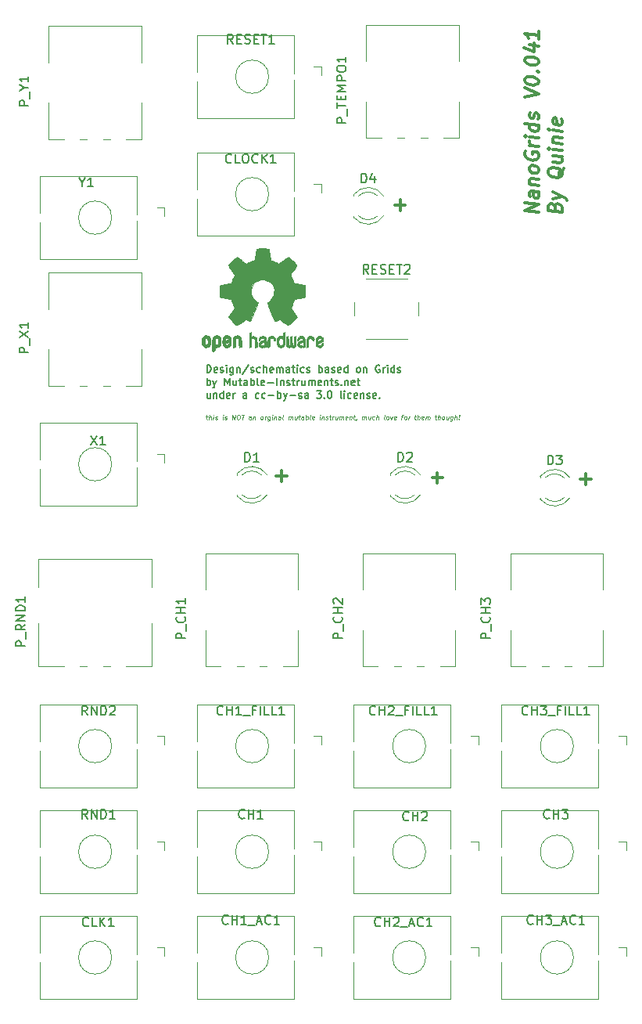
<source format=gbr>
G04 #@! TF.GenerationSoftware,KiCad,Pcbnew,(5.1.6)-1*
G04 #@! TF.CreationDate,2021-07-28T13:55:25+02:00*
G04 #@! TF.ProjectId,GridsNanoV3,47726964-734e-4616-9e6f-56332e6b6963,rev?*
G04 #@! TF.SameCoordinates,Original*
G04 #@! TF.FileFunction,Legend,Top*
G04 #@! TF.FilePolarity,Positive*
%FSLAX46Y46*%
G04 Gerber Fmt 4.6, Leading zero omitted, Abs format (unit mm)*
G04 Created by KiCad (PCBNEW (5.1.6)-1) date 2021-07-28 13:55:25*
%MOMM*%
%LPD*%
G01*
G04 APERTURE LIST*
%ADD10C,0.300000*%
%ADD11C,0.200000*%
%ADD12C,0.100000*%
%ADD13C,0.120000*%
%ADD14C,0.010000*%
%ADD15C,0.150000*%
G04 APERTURE END LIST*
D10*
X227545971Y-68560142D02*
X228688828Y-68560142D01*
X228117400Y-69131571D02*
X228117400Y-67988714D01*
X240372971Y-39299342D02*
X241515828Y-39299342D01*
X240944400Y-39870771D02*
X240944400Y-38727914D01*
X260489771Y-68915742D02*
X261632628Y-68915742D01*
X261061200Y-69487171D02*
X261061200Y-68344314D01*
D11*
X220030476Y-57381904D02*
X220030476Y-56581904D01*
X220220952Y-56581904D01*
X220335238Y-56620000D01*
X220411428Y-56696190D01*
X220449523Y-56772380D01*
X220487619Y-56924761D01*
X220487619Y-57039047D01*
X220449523Y-57191428D01*
X220411428Y-57267619D01*
X220335238Y-57343809D01*
X220220952Y-57381904D01*
X220030476Y-57381904D01*
X221135238Y-57343809D02*
X221059047Y-57381904D01*
X220906666Y-57381904D01*
X220830476Y-57343809D01*
X220792380Y-57267619D01*
X220792380Y-56962857D01*
X220830476Y-56886666D01*
X220906666Y-56848571D01*
X221059047Y-56848571D01*
X221135238Y-56886666D01*
X221173333Y-56962857D01*
X221173333Y-57039047D01*
X220792380Y-57115238D01*
X221478095Y-57343809D02*
X221554285Y-57381904D01*
X221706666Y-57381904D01*
X221782857Y-57343809D01*
X221820952Y-57267619D01*
X221820952Y-57229523D01*
X221782857Y-57153333D01*
X221706666Y-57115238D01*
X221592380Y-57115238D01*
X221516190Y-57077142D01*
X221478095Y-57000952D01*
X221478095Y-56962857D01*
X221516190Y-56886666D01*
X221592380Y-56848571D01*
X221706666Y-56848571D01*
X221782857Y-56886666D01*
X222163809Y-57381904D02*
X222163809Y-56848571D01*
X222163809Y-56581904D02*
X222125714Y-56620000D01*
X222163809Y-56658095D01*
X222201904Y-56620000D01*
X222163809Y-56581904D01*
X222163809Y-56658095D01*
X222887619Y-56848571D02*
X222887619Y-57496190D01*
X222849523Y-57572380D01*
X222811428Y-57610476D01*
X222735238Y-57648571D01*
X222620952Y-57648571D01*
X222544761Y-57610476D01*
X222887619Y-57343809D02*
X222811428Y-57381904D01*
X222659047Y-57381904D01*
X222582857Y-57343809D01*
X222544761Y-57305714D01*
X222506666Y-57229523D01*
X222506666Y-57000952D01*
X222544761Y-56924761D01*
X222582857Y-56886666D01*
X222659047Y-56848571D01*
X222811428Y-56848571D01*
X222887619Y-56886666D01*
X223268571Y-56848571D02*
X223268571Y-57381904D01*
X223268571Y-56924761D02*
X223306666Y-56886666D01*
X223382857Y-56848571D01*
X223497142Y-56848571D01*
X223573333Y-56886666D01*
X223611428Y-56962857D01*
X223611428Y-57381904D01*
X224563809Y-56543809D02*
X223878095Y-57572380D01*
X224792380Y-57343809D02*
X224868571Y-57381904D01*
X225020952Y-57381904D01*
X225097142Y-57343809D01*
X225135238Y-57267619D01*
X225135238Y-57229523D01*
X225097142Y-57153333D01*
X225020952Y-57115238D01*
X224906666Y-57115238D01*
X224830476Y-57077142D01*
X224792380Y-57000952D01*
X224792380Y-56962857D01*
X224830476Y-56886666D01*
X224906666Y-56848571D01*
X225020952Y-56848571D01*
X225097142Y-56886666D01*
X225820952Y-57343809D02*
X225744761Y-57381904D01*
X225592380Y-57381904D01*
X225516190Y-57343809D01*
X225478095Y-57305714D01*
X225440000Y-57229523D01*
X225440000Y-57000952D01*
X225478095Y-56924761D01*
X225516190Y-56886666D01*
X225592380Y-56848571D01*
X225744761Y-56848571D01*
X225820952Y-56886666D01*
X226163809Y-57381904D02*
X226163809Y-56581904D01*
X226506666Y-57381904D02*
X226506666Y-56962857D01*
X226468571Y-56886666D01*
X226392380Y-56848571D01*
X226278095Y-56848571D01*
X226201904Y-56886666D01*
X226163809Y-56924761D01*
X227192380Y-57343809D02*
X227116190Y-57381904D01*
X226963809Y-57381904D01*
X226887619Y-57343809D01*
X226849523Y-57267619D01*
X226849523Y-56962857D01*
X226887619Y-56886666D01*
X226963809Y-56848571D01*
X227116190Y-56848571D01*
X227192380Y-56886666D01*
X227230476Y-56962857D01*
X227230476Y-57039047D01*
X226849523Y-57115238D01*
X227573333Y-57381904D02*
X227573333Y-56848571D01*
X227573333Y-56924761D02*
X227611428Y-56886666D01*
X227687619Y-56848571D01*
X227801904Y-56848571D01*
X227878095Y-56886666D01*
X227916190Y-56962857D01*
X227916190Y-57381904D01*
X227916190Y-56962857D02*
X227954285Y-56886666D01*
X228030476Y-56848571D01*
X228144761Y-56848571D01*
X228220952Y-56886666D01*
X228259047Y-56962857D01*
X228259047Y-57381904D01*
X228982857Y-57381904D02*
X228982857Y-56962857D01*
X228944761Y-56886666D01*
X228868571Y-56848571D01*
X228716190Y-56848571D01*
X228640000Y-56886666D01*
X228982857Y-57343809D02*
X228906666Y-57381904D01*
X228716190Y-57381904D01*
X228640000Y-57343809D01*
X228601904Y-57267619D01*
X228601904Y-57191428D01*
X228640000Y-57115238D01*
X228716190Y-57077142D01*
X228906666Y-57077142D01*
X228982857Y-57039047D01*
X229249523Y-56848571D02*
X229554285Y-56848571D01*
X229363809Y-56581904D02*
X229363809Y-57267619D01*
X229401904Y-57343809D01*
X229478095Y-57381904D01*
X229554285Y-57381904D01*
X229820952Y-57381904D02*
X229820952Y-56848571D01*
X229820952Y-56581904D02*
X229782857Y-56620000D01*
X229820952Y-56658095D01*
X229859047Y-56620000D01*
X229820952Y-56581904D01*
X229820952Y-56658095D01*
X230544761Y-57343809D02*
X230468571Y-57381904D01*
X230316190Y-57381904D01*
X230240000Y-57343809D01*
X230201904Y-57305714D01*
X230163809Y-57229523D01*
X230163809Y-57000952D01*
X230201904Y-56924761D01*
X230240000Y-56886666D01*
X230316190Y-56848571D01*
X230468571Y-56848571D01*
X230544761Y-56886666D01*
X230849523Y-57343809D02*
X230925714Y-57381904D01*
X231078095Y-57381904D01*
X231154285Y-57343809D01*
X231192380Y-57267619D01*
X231192380Y-57229523D01*
X231154285Y-57153333D01*
X231078095Y-57115238D01*
X230963809Y-57115238D01*
X230887619Y-57077142D01*
X230849523Y-57000952D01*
X230849523Y-56962857D01*
X230887619Y-56886666D01*
X230963809Y-56848571D01*
X231078095Y-56848571D01*
X231154285Y-56886666D01*
X232144761Y-57381904D02*
X232144761Y-56581904D01*
X232144761Y-56886666D02*
X232220952Y-56848571D01*
X232373333Y-56848571D01*
X232449523Y-56886666D01*
X232487619Y-56924761D01*
X232525714Y-57000952D01*
X232525714Y-57229523D01*
X232487619Y-57305714D01*
X232449523Y-57343809D01*
X232373333Y-57381904D01*
X232220952Y-57381904D01*
X232144761Y-57343809D01*
X233211428Y-57381904D02*
X233211428Y-56962857D01*
X233173333Y-56886666D01*
X233097142Y-56848571D01*
X232944761Y-56848571D01*
X232868571Y-56886666D01*
X233211428Y-57343809D02*
X233135238Y-57381904D01*
X232944761Y-57381904D01*
X232868571Y-57343809D01*
X232830476Y-57267619D01*
X232830476Y-57191428D01*
X232868571Y-57115238D01*
X232944761Y-57077142D01*
X233135238Y-57077142D01*
X233211428Y-57039047D01*
X233554285Y-57343809D02*
X233630476Y-57381904D01*
X233782857Y-57381904D01*
X233859047Y-57343809D01*
X233897142Y-57267619D01*
X233897142Y-57229523D01*
X233859047Y-57153333D01*
X233782857Y-57115238D01*
X233668571Y-57115238D01*
X233592380Y-57077142D01*
X233554285Y-57000952D01*
X233554285Y-56962857D01*
X233592380Y-56886666D01*
X233668571Y-56848571D01*
X233782857Y-56848571D01*
X233859047Y-56886666D01*
X234544761Y-57343809D02*
X234468571Y-57381904D01*
X234316190Y-57381904D01*
X234240000Y-57343809D01*
X234201904Y-57267619D01*
X234201904Y-56962857D01*
X234240000Y-56886666D01*
X234316190Y-56848571D01*
X234468571Y-56848571D01*
X234544761Y-56886666D01*
X234582857Y-56962857D01*
X234582857Y-57039047D01*
X234201904Y-57115238D01*
X235268571Y-57381904D02*
X235268571Y-56581904D01*
X235268571Y-57343809D02*
X235192380Y-57381904D01*
X235040000Y-57381904D01*
X234963809Y-57343809D01*
X234925714Y-57305714D01*
X234887619Y-57229523D01*
X234887619Y-57000952D01*
X234925714Y-56924761D01*
X234963809Y-56886666D01*
X235040000Y-56848571D01*
X235192380Y-56848571D01*
X235268571Y-56886666D01*
X236373333Y-57381904D02*
X236297142Y-57343809D01*
X236259047Y-57305714D01*
X236220952Y-57229523D01*
X236220952Y-57000952D01*
X236259047Y-56924761D01*
X236297142Y-56886666D01*
X236373333Y-56848571D01*
X236487619Y-56848571D01*
X236563809Y-56886666D01*
X236601904Y-56924761D01*
X236640000Y-57000952D01*
X236640000Y-57229523D01*
X236601904Y-57305714D01*
X236563809Y-57343809D01*
X236487619Y-57381904D01*
X236373333Y-57381904D01*
X236982857Y-56848571D02*
X236982857Y-57381904D01*
X236982857Y-56924761D02*
X237020952Y-56886666D01*
X237097142Y-56848571D01*
X237211428Y-56848571D01*
X237287619Y-56886666D01*
X237325714Y-56962857D01*
X237325714Y-57381904D01*
X238735238Y-56620000D02*
X238659047Y-56581904D01*
X238544761Y-56581904D01*
X238430476Y-56620000D01*
X238354285Y-56696190D01*
X238316190Y-56772380D01*
X238278095Y-56924761D01*
X238278095Y-57039047D01*
X238316190Y-57191428D01*
X238354285Y-57267619D01*
X238430476Y-57343809D01*
X238544761Y-57381904D01*
X238620952Y-57381904D01*
X238735238Y-57343809D01*
X238773333Y-57305714D01*
X238773333Y-57039047D01*
X238620952Y-57039047D01*
X239116190Y-57381904D02*
X239116190Y-56848571D01*
X239116190Y-57000952D02*
X239154285Y-56924761D01*
X239192380Y-56886666D01*
X239268571Y-56848571D01*
X239344761Y-56848571D01*
X239611428Y-57381904D02*
X239611428Y-56848571D01*
X239611428Y-56581904D02*
X239573333Y-56620000D01*
X239611428Y-56658095D01*
X239649523Y-56620000D01*
X239611428Y-56581904D01*
X239611428Y-56658095D01*
X240335238Y-57381904D02*
X240335238Y-56581904D01*
X240335238Y-57343809D02*
X240259047Y-57381904D01*
X240106666Y-57381904D01*
X240030476Y-57343809D01*
X239992380Y-57305714D01*
X239954285Y-57229523D01*
X239954285Y-57000952D01*
X239992380Y-56924761D01*
X240030476Y-56886666D01*
X240106666Y-56848571D01*
X240259047Y-56848571D01*
X240335238Y-56886666D01*
X240678095Y-57343809D02*
X240754285Y-57381904D01*
X240906666Y-57381904D01*
X240982857Y-57343809D01*
X241020952Y-57267619D01*
X241020952Y-57229523D01*
X240982857Y-57153333D01*
X240906666Y-57115238D01*
X240792380Y-57115238D01*
X240716190Y-57077142D01*
X240678095Y-57000952D01*
X240678095Y-56962857D01*
X240716190Y-56886666D01*
X240792380Y-56848571D01*
X240906666Y-56848571D01*
X240982857Y-56886666D01*
X220030476Y-58781904D02*
X220030476Y-57981904D01*
X220030476Y-58286666D02*
X220106666Y-58248571D01*
X220259047Y-58248571D01*
X220335238Y-58286666D01*
X220373333Y-58324761D01*
X220411428Y-58400952D01*
X220411428Y-58629523D01*
X220373333Y-58705714D01*
X220335238Y-58743809D01*
X220259047Y-58781904D01*
X220106666Y-58781904D01*
X220030476Y-58743809D01*
X220678095Y-58248571D02*
X220868571Y-58781904D01*
X221059047Y-58248571D02*
X220868571Y-58781904D01*
X220792380Y-58972380D01*
X220754285Y-59010476D01*
X220678095Y-59048571D01*
X221973333Y-58781904D02*
X221973333Y-57981904D01*
X222240000Y-58553333D01*
X222506666Y-57981904D01*
X222506666Y-58781904D01*
X223230476Y-58248571D02*
X223230476Y-58781904D01*
X222887619Y-58248571D02*
X222887619Y-58667619D01*
X222925714Y-58743809D01*
X223001904Y-58781904D01*
X223116190Y-58781904D01*
X223192380Y-58743809D01*
X223230476Y-58705714D01*
X223497142Y-58248571D02*
X223801904Y-58248571D01*
X223611428Y-57981904D02*
X223611428Y-58667619D01*
X223649523Y-58743809D01*
X223725714Y-58781904D01*
X223801904Y-58781904D01*
X224411428Y-58781904D02*
X224411428Y-58362857D01*
X224373333Y-58286666D01*
X224297142Y-58248571D01*
X224144761Y-58248571D01*
X224068571Y-58286666D01*
X224411428Y-58743809D02*
X224335238Y-58781904D01*
X224144761Y-58781904D01*
X224068571Y-58743809D01*
X224030476Y-58667619D01*
X224030476Y-58591428D01*
X224068571Y-58515238D01*
X224144761Y-58477142D01*
X224335238Y-58477142D01*
X224411428Y-58439047D01*
X224792380Y-58781904D02*
X224792380Y-57981904D01*
X224792380Y-58286666D02*
X224868571Y-58248571D01*
X225020952Y-58248571D01*
X225097142Y-58286666D01*
X225135238Y-58324761D01*
X225173333Y-58400952D01*
X225173333Y-58629523D01*
X225135238Y-58705714D01*
X225097142Y-58743809D01*
X225020952Y-58781904D01*
X224868571Y-58781904D01*
X224792380Y-58743809D01*
X225630476Y-58781904D02*
X225554285Y-58743809D01*
X225516190Y-58667619D01*
X225516190Y-57981904D01*
X226240000Y-58743809D02*
X226163809Y-58781904D01*
X226011428Y-58781904D01*
X225935238Y-58743809D01*
X225897142Y-58667619D01*
X225897142Y-58362857D01*
X225935238Y-58286666D01*
X226011428Y-58248571D01*
X226163809Y-58248571D01*
X226240000Y-58286666D01*
X226278095Y-58362857D01*
X226278095Y-58439047D01*
X225897142Y-58515238D01*
X226620952Y-58477142D02*
X227230476Y-58477142D01*
X227611428Y-58781904D02*
X227611428Y-57981904D01*
X227992380Y-58248571D02*
X227992380Y-58781904D01*
X227992380Y-58324761D02*
X228030476Y-58286666D01*
X228106666Y-58248571D01*
X228220952Y-58248571D01*
X228297142Y-58286666D01*
X228335238Y-58362857D01*
X228335238Y-58781904D01*
X228678095Y-58743809D02*
X228754285Y-58781904D01*
X228906666Y-58781904D01*
X228982857Y-58743809D01*
X229020952Y-58667619D01*
X229020952Y-58629523D01*
X228982857Y-58553333D01*
X228906666Y-58515238D01*
X228792380Y-58515238D01*
X228716190Y-58477142D01*
X228678095Y-58400952D01*
X228678095Y-58362857D01*
X228716190Y-58286666D01*
X228792380Y-58248571D01*
X228906666Y-58248571D01*
X228982857Y-58286666D01*
X229249523Y-58248571D02*
X229554285Y-58248571D01*
X229363809Y-57981904D02*
X229363809Y-58667619D01*
X229401904Y-58743809D01*
X229478095Y-58781904D01*
X229554285Y-58781904D01*
X229820952Y-58781904D02*
X229820952Y-58248571D01*
X229820952Y-58400952D02*
X229859047Y-58324761D01*
X229897142Y-58286666D01*
X229973333Y-58248571D01*
X230049523Y-58248571D01*
X230659047Y-58248571D02*
X230659047Y-58781904D01*
X230316190Y-58248571D02*
X230316190Y-58667619D01*
X230354285Y-58743809D01*
X230430476Y-58781904D01*
X230544761Y-58781904D01*
X230620952Y-58743809D01*
X230659047Y-58705714D01*
X231040000Y-58781904D02*
X231040000Y-58248571D01*
X231040000Y-58324761D02*
X231078095Y-58286666D01*
X231154285Y-58248571D01*
X231268571Y-58248571D01*
X231344761Y-58286666D01*
X231382857Y-58362857D01*
X231382857Y-58781904D01*
X231382857Y-58362857D02*
X231420952Y-58286666D01*
X231497142Y-58248571D01*
X231611428Y-58248571D01*
X231687619Y-58286666D01*
X231725714Y-58362857D01*
X231725714Y-58781904D01*
X232411428Y-58743809D02*
X232335238Y-58781904D01*
X232182857Y-58781904D01*
X232106666Y-58743809D01*
X232068571Y-58667619D01*
X232068571Y-58362857D01*
X232106666Y-58286666D01*
X232182857Y-58248571D01*
X232335238Y-58248571D01*
X232411428Y-58286666D01*
X232449523Y-58362857D01*
X232449523Y-58439047D01*
X232068571Y-58515238D01*
X232792380Y-58248571D02*
X232792380Y-58781904D01*
X232792380Y-58324761D02*
X232830476Y-58286666D01*
X232906666Y-58248571D01*
X233020952Y-58248571D01*
X233097142Y-58286666D01*
X233135238Y-58362857D01*
X233135238Y-58781904D01*
X233401904Y-58248571D02*
X233706666Y-58248571D01*
X233516190Y-57981904D02*
X233516190Y-58667619D01*
X233554285Y-58743809D01*
X233630476Y-58781904D01*
X233706666Y-58781904D01*
X233935238Y-58743809D02*
X234011428Y-58781904D01*
X234163809Y-58781904D01*
X234240000Y-58743809D01*
X234278095Y-58667619D01*
X234278095Y-58629523D01*
X234240000Y-58553333D01*
X234163809Y-58515238D01*
X234049523Y-58515238D01*
X233973333Y-58477142D01*
X233935238Y-58400952D01*
X233935238Y-58362857D01*
X233973333Y-58286666D01*
X234049523Y-58248571D01*
X234163809Y-58248571D01*
X234240000Y-58286666D01*
X234620952Y-58705714D02*
X234659047Y-58743809D01*
X234620952Y-58781904D01*
X234582857Y-58743809D01*
X234620952Y-58705714D01*
X234620952Y-58781904D01*
X235001904Y-58248571D02*
X235001904Y-58781904D01*
X235001904Y-58324761D02*
X235040000Y-58286666D01*
X235116190Y-58248571D01*
X235230476Y-58248571D01*
X235306666Y-58286666D01*
X235344761Y-58362857D01*
X235344761Y-58781904D01*
X236030476Y-58743809D02*
X235954285Y-58781904D01*
X235801904Y-58781904D01*
X235725714Y-58743809D01*
X235687619Y-58667619D01*
X235687619Y-58362857D01*
X235725714Y-58286666D01*
X235801904Y-58248571D01*
X235954285Y-58248571D01*
X236030476Y-58286666D01*
X236068571Y-58362857D01*
X236068571Y-58439047D01*
X235687619Y-58515238D01*
X236297142Y-58248571D02*
X236601904Y-58248571D01*
X236411428Y-57981904D02*
X236411428Y-58667619D01*
X236449523Y-58743809D01*
X236525714Y-58781904D01*
X236601904Y-58781904D01*
X220373333Y-59648571D02*
X220373333Y-60181904D01*
X220030476Y-59648571D02*
X220030476Y-60067619D01*
X220068571Y-60143809D01*
X220144761Y-60181904D01*
X220259047Y-60181904D01*
X220335238Y-60143809D01*
X220373333Y-60105714D01*
X220754285Y-59648571D02*
X220754285Y-60181904D01*
X220754285Y-59724761D02*
X220792380Y-59686666D01*
X220868571Y-59648571D01*
X220982857Y-59648571D01*
X221059047Y-59686666D01*
X221097142Y-59762857D01*
X221097142Y-60181904D01*
X221820952Y-60181904D02*
X221820952Y-59381904D01*
X221820952Y-60143809D02*
X221744761Y-60181904D01*
X221592380Y-60181904D01*
X221516190Y-60143809D01*
X221478095Y-60105714D01*
X221440000Y-60029523D01*
X221440000Y-59800952D01*
X221478095Y-59724761D01*
X221516190Y-59686666D01*
X221592380Y-59648571D01*
X221744761Y-59648571D01*
X221820952Y-59686666D01*
X222506666Y-60143809D02*
X222430476Y-60181904D01*
X222278095Y-60181904D01*
X222201904Y-60143809D01*
X222163809Y-60067619D01*
X222163809Y-59762857D01*
X222201904Y-59686666D01*
X222278095Y-59648571D01*
X222430476Y-59648571D01*
X222506666Y-59686666D01*
X222544761Y-59762857D01*
X222544761Y-59839047D01*
X222163809Y-59915238D01*
X222887619Y-60181904D02*
X222887619Y-59648571D01*
X222887619Y-59800952D02*
X222925714Y-59724761D01*
X222963809Y-59686666D01*
X223040000Y-59648571D01*
X223116190Y-59648571D01*
X224335238Y-60181904D02*
X224335238Y-59762857D01*
X224297142Y-59686666D01*
X224220952Y-59648571D01*
X224068571Y-59648571D01*
X223992380Y-59686666D01*
X224335238Y-60143809D02*
X224259047Y-60181904D01*
X224068571Y-60181904D01*
X223992380Y-60143809D01*
X223954285Y-60067619D01*
X223954285Y-59991428D01*
X223992380Y-59915238D01*
X224068571Y-59877142D01*
X224259047Y-59877142D01*
X224335238Y-59839047D01*
X225668571Y-60143809D02*
X225592380Y-60181904D01*
X225440000Y-60181904D01*
X225363809Y-60143809D01*
X225325714Y-60105714D01*
X225287619Y-60029523D01*
X225287619Y-59800952D01*
X225325714Y-59724761D01*
X225363809Y-59686666D01*
X225440000Y-59648571D01*
X225592380Y-59648571D01*
X225668571Y-59686666D01*
X226354285Y-60143809D02*
X226278095Y-60181904D01*
X226125714Y-60181904D01*
X226049523Y-60143809D01*
X226011428Y-60105714D01*
X225973333Y-60029523D01*
X225973333Y-59800952D01*
X226011428Y-59724761D01*
X226049523Y-59686666D01*
X226125714Y-59648571D01*
X226278095Y-59648571D01*
X226354285Y-59686666D01*
X226697142Y-59877142D02*
X227306666Y-59877142D01*
X227687619Y-60181904D02*
X227687619Y-59381904D01*
X227687619Y-59686666D02*
X227763809Y-59648571D01*
X227916190Y-59648571D01*
X227992380Y-59686666D01*
X228030476Y-59724761D01*
X228068571Y-59800952D01*
X228068571Y-60029523D01*
X228030476Y-60105714D01*
X227992380Y-60143809D01*
X227916190Y-60181904D01*
X227763809Y-60181904D01*
X227687619Y-60143809D01*
X228335238Y-59648571D02*
X228525714Y-60181904D01*
X228716190Y-59648571D02*
X228525714Y-60181904D01*
X228449523Y-60372380D01*
X228411428Y-60410476D01*
X228335238Y-60448571D01*
X229020952Y-59877142D02*
X229630476Y-59877142D01*
X229973333Y-60143809D02*
X230049523Y-60181904D01*
X230201904Y-60181904D01*
X230278095Y-60143809D01*
X230316190Y-60067619D01*
X230316190Y-60029523D01*
X230278095Y-59953333D01*
X230201904Y-59915238D01*
X230087619Y-59915238D01*
X230011428Y-59877142D01*
X229973333Y-59800952D01*
X229973333Y-59762857D01*
X230011428Y-59686666D01*
X230087619Y-59648571D01*
X230201904Y-59648571D01*
X230278095Y-59686666D01*
X231001904Y-60181904D02*
X231001904Y-59762857D01*
X230963809Y-59686666D01*
X230887619Y-59648571D01*
X230735238Y-59648571D01*
X230659047Y-59686666D01*
X231001904Y-60143809D02*
X230925714Y-60181904D01*
X230735238Y-60181904D01*
X230659047Y-60143809D01*
X230620952Y-60067619D01*
X230620952Y-59991428D01*
X230659047Y-59915238D01*
X230735238Y-59877142D01*
X230925714Y-59877142D01*
X231001904Y-59839047D01*
X231916190Y-59381904D02*
X232411428Y-59381904D01*
X232144761Y-59686666D01*
X232259047Y-59686666D01*
X232335238Y-59724761D01*
X232373333Y-59762857D01*
X232411428Y-59839047D01*
X232411428Y-60029523D01*
X232373333Y-60105714D01*
X232335238Y-60143809D01*
X232259047Y-60181904D01*
X232030476Y-60181904D01*
X231954285Y-60143809D01*
X231916190Y-60105714D01*
X232754285Y-60105714D02*
X232792380Y-60143809D01*
X232754285Y-60181904D01*
X232716190Y-60143809D01*
X232754285Y-60105714D01*
X232754285Y-60181904D01*
X233287619Y-59381904D02*
X233363809Y-59381904D01*
X233440000Y-59420000D01*
X233478095Y-59458095D01*
X233516190Y-59534285D01*
X233554285Y-59686666D01*
X233554285Y-59877142D01*
X233516190Y-60029523D01*
X233478095Y-60105714D01*
X233440000Y-60143809D01*
X233363809Y-60181904D01*
X233287619Y-60181904D01*
X233211428Y-60143809D01*
X233173333Y-60105714D01*
X233135238Y-60029523D01*
X233097142Y-59877142D01*
X233097142Y-59686666D01*
X233135238Y-59534285D01*
X233173333Y-59458095D01*
X233211428Y-59420000D01*
X233287619Y-59381904D01*
X234620952Y-60181904D02*
X234544761Y-60143809D01*
X234506666Y-60067619D01*
X234506666Y-59381904D01*
X234925714Y-60181904D02*
X234925714Y-59648571D01*
X234925714Y-59381904D02*
X234887619Y-59420000D01*
X234925714Y-59458095D01*
X234963809Y-59420000D01*
X234925714Y-59381904D01*
X234925714Y-59458095D01*
X235649523Y-60143809D02*
X235573333Y-60181904D01*
X235420952Y-60181904D01*
X235344761Y-60143809D01*
X235306666Y-60105714D01*
X235268571Y-60029523D01*
X235268571Y-59800952D01*
X235306666Y-59724761D01*
X235344761Y-59686666D01*
X235420952Y-59648571D01*
X235573333Y-59648571D01*
X235649523Y-59686666D01*
X236297142Y-60143809D02*
X236220952Y-60181904D01*
X236068571Y-60181904D01*
X235992380Y-60143809D01*
X235954285Y-60067619D01*
X235954285Y-59762857D01*
X235992380Y-59686666D01*
X236068571Y-59648571D01*
X236220952Y-59648571D01*
X236297142Y-59686666D01*
X236335238Y-59762857D01*
X236335238Y-59839047D01*
X235954285Y-59915238D01*
X236678095Y-59648571D02*
X236678095Y-60181904D01*
X236678095Y-59724761D02*
X236716190Y-59686666D01*
X236792380Y-59648571D01*
X236906666Y-59648571D01*
X236982857Y-59686666D01*
X237020952Y-59762857D01*
X237020952Y-60181904D01*
X237363809Y-60143809D02*
X237440000Y-60181904D01*
X237592380Y-60181904D01*
X237668571Y-60143809D01*
X237706666Y-60067619D01*
X237706666Y-60029523D01*
X237668571Y-59953333D01*
X237592380Y-59915238D01*
X237478095Y-59915238D01*
X237401904Y-59877142D01*
X237363809Y-59800952D01*
X237363809Y-59762857D01*
X237401904Y-59686666D01*
X237478095Y-59648571D01*
X237592380Y-59648571D01*
X237668571Y-59686666D01*
X238354285Y-60143809D02*
X238278095Y-60181904D01*
X238125714Y-60181904D01*
X238049523Y-60143809D01*
X238011428Y-60067619D01*
X238011428Y-59762857D01*
X238049523Y-59686666D01*
X238125714Y-59648571D01*
X238278095Y-59648571D01*
X238354285Y-59686666D01*
X238392380Y-59762857D01*
X238392380Y-59839047D01*
X238011428Y-59915238D01*
X238735238Y-60105714D02*
X238773333Y-60143809D01*
X238735238Y-60181904D01*
X238697142Y-60143809D01*
X238735238Y-60105714D01*
X238735238Y-60181904D01*
D12*
X219931547Y-62122857D02*
X220122023Y-62122857D01*
X220023809Y-61956190D02*
X219970238Y-62384761D01*
X219988095Y-62432380D01*
X220032738Y-62456190D01*
X220080357Y-62456190D01*
X220247023Y-62456190D02*
X220309523Y-61956190D01*
X220461309Y-62456190D02*
X220494047Y-62194285D01*
X220476190Y-62146666D01*
X220431547Y-62122857D01*
X220360119Y-62122857D01*
X220309523Y-62146666D01*
X220282738Y-62170476D01*
X220699404Y-62456190D02*
X220741071Y-62122857D01*
X220761904Y-61956190D02*
X220735119Y-61980000D01*
X220755952Y-62003809D01*
X220782738Y-61980000D01*
X220761904Y-61956190D01*
X220755952Y-62003809D01*
X220916666Y-62432380D02*
X220961309Y-62456190D01*
X221056547Y-62456190D01*
X221107142Y-62432380D01*
X221136904Y-62384761D01*
X221139880Y-62360952D01*
X221122023Y-62313333D01*
X221077380Y-62289523D01*
X221005952Y-62289523D01*
X220961309Y-62265714D01*
X220943452Y-62218095D01*
X220946428Y-62194285D01*
X220976190Y-62146666D01*
X221026785Y-62122857D01*
X221098214Y-62122857D01*
X221142857Y-62146666D01*
X221723214Y-62456190D02*
X221764880Y-62122857D01*
X221785714Y-61956190D02*
X221758928Y-61980000D01*
X221779761Y-62003809D01*
X221806547Y-61980000D01*
X221785714Y-61956190D01*
X221779761Y-62003809D01*
X221940476Y-62432380D02*
X221985119Y-62456190D01*
X222080357Y-62456190D01*
X222130952Y-62432380D01*
X222160714Y-62384761D01*
X222163690Y-62360952D01*
X222145833Y-62313333D01*
X222101190Y-62289523D01*
X222029761Y-62289523D01*
X221985119Y-62265714D01*
X221967261Y-62218095D01*
X221970238Y-62194285D01*
X222000000Y-62146666D01*
X222050595Y-62122857D01*
X222122023Y-62122857D01*
X222166666Y-62146666D01*
X222747023Y-62456190D02*
X222809523Y-61956190D01*
X223032738Y-62456190D01*
X223095238Y-61956190D01*
X223428571Y-61956190D02*
X223523809Y-61956190D01*
X223568452Y-61980000D01*
X223610119Y-62027619D01*
X223622023Y-62122857D01*
X223601190Y-62289523D01*
X223565476Y-62384761D01*
X223511904Y-62432380D01*
X223461309Y-62456190D01*
X223366071Y-62456190D01*
X223321428Y-62432380D01*
X223279761Y-62384761D01*
X223267857Y-62289523D01*
X223288690Y-62122857D01*
X223324404Y-62027619D01*
X223377976Y-61980000D01*
X223428571Y-61956190D01*
X223785714Y-61956190D02*
X224071428Y-61956190D01*
X223866071Y-62456190D02*
X223928571Y-61956190D01*
X224770833Y-62456190D02*
X224803571Y-62194285D01*
X224785714Y-62146666D01*
X224741071Y-62122857D01*
X224645833Y-62122857D01*
X224595238Y-62146666D01*
X224773809Y-62432380D02*
X224723214Y-62456190D01*
X224604166Y-62456190D01*
X224559523Y-62432380D01*
X224541666Y-62384761D01*
X224547619Y-62337142D01*
X224577380Y-62289523D01*
X224627976Y-62265714D01*
X224747023Y-62265714D01*
X224797619Y-62241904D01*
X225050595Y-62122857D02*
X225008928Y-62456190D01*
X225044642Y-62170476D02*
X225071428Y-62146666D01*
X225122023Y-62122857D01*
X225193452Y-62122857D01*
X225238095Y-62146666D01*
X225255952Y-62194285D01*
X225223214Y-62456190D01*
X225913690Y-62456190D02*
X225869047Y-62432380D01*
X225848214Y-62408571D01*
X225830357Y-62360952D01*
X225848214Y-62218095D01*
X225877976Y-62170476D01*
X225904761Y-62146666D01*
X225955357Y-62122857D01*
X226026785Y-62122857D01*
X226071428Y-62146666D01*
X226092261Y-62170476D01*
X226110119Y-62218095D01*
X226092261Y-62360952D01*
X226062500Y-62408571D01*
X226035714Y-62432380D01*
X225985119Y-62456190D01*
X225913690Y-62456190D01*
X226294642Y-62456190D02*
X226336309Y-62122857D01*
X226324404Y-62218095D02*
X226354166Y-62170476D01*
X226380952Y-62146666D01*
X226431547Y-62122857D01*
X226479166Y-62122857D01*
X226860119Y-62122857D02*
X226809523Y-62527619D01*
X226779761Y-62575238D01*
X226752976Y-62599047D01*
X226702380Y-62622857D01*
X226630952Y-62622857D01*
X226586309Y-62599047D01*
X226821428Y-62432380D02*
X226770833Y-62456190D01*
X226675595Y-62456190D01*
X226630952Y-62432380D01*
X226610119Y-62408571D01*
X226592261Y-62360952D01*
X226610119Y-62218095D01*
X226639880Y-62170476D01*
X226666666Y-62146666D01*
X226717261Y-62122857D01*
X226812500Y-62122857D01*
X226857142Y-62146666D01*
X227056547Y-62456190D02*
X227098214Y-62122857D01*
X227119047Y-61956190D02*
X227092261Y-61980000D01*
X227113095Y-62003809D01*
X227139880Y-61980000D01*
X227119047Y-61956190D01*
X227113095Y-62003809D01*
X227336309Y-62122857D02*
X227294642Y-62456190D01*
X227330357Y-62170476D02*
X227357142Y-62146666D01*
X227407738Y-62122857D01*
X227479166Y-62122857D01*
X227523809Y-62146666D01*
X227541666Y-62194285D01*
X227508928Y-62456190D01*
X227961309Y-62456190D02*
X227994047Y-62194285D01*
X227976190Y-62146666D01*
X227931547Y-62122857D01*
X227836309Y-62122857D01*
X227785714Y-62146666D01*
X227964285Y-62432380D02*
X227913690Y-62456190D01*
X227794642Y-62456190D01*
X227750000Y-62432380D01*
X227732142Y-62384761D01*
X227738095Y-62337142D01*
X227767857Y-62289523D01*
X227818452Y-62265714D01*
X227937500Y-62265714D01*
X227988095Y-62241904D01*
X228270833Y-62456190D02*
X228226190Y-62432380D01*
X228208333Y-62384761D01*
X228261904Y-61956190D01*
X228842261Y-62456190D02*
X228883928Y-62122857D01*
X228877976Y-62170476D02*
X228904761Y-62146666D01*
X228955357Y-62122857D01*
X229026785Y-62122857D01*
X229071428Y-62146666D01*
X229089285Y-62194285D01*
X229056547Y-62456190D01*
X229089285Y-62194285D02*
X229119047Y-62146666D01*
X229169642Y-62122857D01*
X229241071Y-62122857D01*
X229285714Y-62146666D01*
X229303571Y-62194285D01*
X229270833Y-62456190D01*
X229764880Y-62122857D02*
X229723214Y-62456190D01*
X229550595Y-62122857D02*
X229517857Y-62384761D01*
X229535714Y-62432380D01*
X229580357Y-62456190D01*
X229651785Y-62456190D01*
X229702380Y-62432380D01*
X229729166Y-62408571D01*
X229931547Y-62122857D02*
X230122023Y-62122857D01*
X230023809Y-61956190D02*
X229970238Y-62384761D01*
X229988095Y-62432380D01*
X230032738Y-62456190D01*
X230080357Y-62456190D01*
X230461309Y-62456190D02*
X230494047Y-62194285D01*
X230476190Y-62146666D01*
X230431547Y-62122857D01*
X230336309Y-62122857D01*
X230285714Y-62146666D01*
X230464285Y-62432380D02*
X230413690Y-62456190D01*
X230294642Y-62456190D01*
X230250000Y-62432380D01*
X230232142Y-62384761D01*
X230238095Y-62337142D01*
X230267857Y-62289523D01*
X230318452Y-62265714D01*
X230437500Y-62265714D01*
X230488095Y-62241904D01*
X230699404Y-62456190D02*
X230761904Y-61956190D01*
X230738095Y-62146666D02*
X230788690Y-62122857D01*
X230883928Y-62122857D01*
X230928571Y-62146666D01*
X230949404Y-62170476D01*
X230967261Y-62218095D01*
X230949404Y-62360952D01*
X230919642Y-62408571D01*
X230892857Y-62432380D01*
X230842261Y-62456190D01*
X230747023Y-62456190D01*
X230702380Y-62432380D01*
X231223214Y-62456190D02*
X231178571Y-62432380D01*
X231160714Y-62384761D01*
X231214285Y-61956190D01*
X231607142Y-62432380D02*
X231556547Y-62456190D01*
X231461309Y-62456190D01*
X231416666Y-62432380D01*
X231398809Y-62384761D01*
X231422619Y-62194285D01*
X231452380Y-62146666D01*
X231502976Y-62122857D01*
X231598214Y-62122857D01*
X231642857Y-62146666D01*
X231660714Y-62194285D01*
X231654761Y-62241904D01*
X231410714Y-62289523D01*
X232223214Y-62456190D02*
X232264880Y-62122857D01*
X232285714Y-61956190D02*
X232258928Y-61980000D01*
X232279761Y-62003809D01*
X232306547Y-61980000D01*
X232285714Y-61956190D01*
X232279761Y-62003809D01*
X232502976Y-62122857D02*
X232461309Y-62456190D01*
X232497023Y-62170476D02*
X232523809Y-62146666D01*
X232574404Y-62122857D01*
X232645833Y-62122857D01*
X232690476Y-62146666D01*
X232708333Y-62194285D01*
X232675595Y-62456190D01*
X232892857Y-62432380D02*
X232937500Y-62456190D01*
X233032738Y-62456190D01*
X233083333Y-62432380D01*
X233113095Y-62384761D01*
X233116071Y-62360952D01*
X233098214Y-62313333D01*
X233053571Y-62289523D01*
X232982142Y-62289523D01*
X232937500Y-62265714D01*
X232919642Y-62218095D01*
X232922619Y-62194285D01*
X232952380Y-62146666D01*
X233002976Y-62122857D01*
X233074404Y-62122857D01*
X233119047Y-62146666D01*
X233288690Y-62122857D02*
X233479166Y-62122857D01*
X233380952Y-61956190D02*
X233327380Y-62384761D01*
X233345238Y-62432380D01*
X233389880Y-62456190D01*
X233437500Y-62456190D01*
X233604166Y-62456190D02*
X233645833Y-62122857D01*
X233633928Y-62218095D02*
X233663690Y-62170476D01*
X233690476Y-62146666D01*
X233741071Y-62122857D01*
X233788690Y-62122857D01*
X234169642Y-62122857D02*
X234127976Y-62456190D01*
X233955357Y-62122857D02*
X233922619Y-62384761D01*
X233940476Y-62432380D01*
X233985119Y-62456190D01*
X234056547Y-62456190D01*
X234107142Y-62432380D01*
X234133928Y-62408571D01*
X234366071Y-62456190D02*
X234407738Y-62122857D01*
X234401785Y-62170476D02*
X234428571Y-62146666D01*
X234479166Y-62122857D01*
X234550595Y-62122857D01*
X234595238Y-62146666D01*
X234613095Y-62194285D01*
X234580357Y-62456190D01*
X234613095Y-62194285D02*
X234642857Y-62146666D01*
X234693452Y-62122857D01*
X234764880Y-62122857D01*
X234809523Y-62146666D01*
X234827380Y-62194285D01*
X234794642Y-62456190D01*
X235226190Y-62432380D02*
X235175595Y-62456190D01*
X235080357Y-62456190D01*
X235035714Y-62432380D01*
X235017857Y-62384761D01*
X235041666Y-62194285D01*
X235071428Y-62146666D01*
X235122023Y-62122857D01*
X235217261Y-62122857D01*
X235261904Y-62146666D01*
X235279761Y-62194285D01*
X235273809Y-62241904D01*
X235029761Y-62289523D01*
X235502976Y-62122857D02*
X235461309Y-62456190D01*
X235497023Y-62170476D02*
X235523809Y-62146666D01*
X235574404Y-62122857D01*
X235645833Y-62122857D01*
X235690476Y-62146666D01*
X235708333Y-62194285D01*
X235675595Y-62456190D01*
X235883928Y-62122857D02*
X236074404Y-62122857D01*
X235976190Y-61956190D02*
X235922619Y-62384761D01*
X235940476Y-62432380D01*
X235985119Y-62456190D01*
X236032738Y-62456190D01*
X236226190Y-62432380D02*
X236223214Y-62456190D01*
X236193452Y-62503809D01*
X236166666Y-62527619D01*
X236818452Y-62456190D02*
X236860119Y-62122857D01*
X236854166Y-62170476D02*
X236880952Y-62146666D01*
X236931547Y-62122857D01*
X237002976Y-62122857D01*
X237047619Y-62146666D01*
X237065476Y-62194285D01*
X237032738Y-62456190D01*
X237065476Y-62194285D02*
X237095238Y-62146666D01*
X237145833Y-62122857D01*
X237217261Y-62122857D01*
X237261904Y-62146666D01*
X237279761Y-62194285D01*
X237247023Y-62456190D01*
X237741071Y-62122857D02*
X237699404Y-62456190D01*
X237526785Y-62122857D02*
X237494047Y-62384761D01*
X237511904Y-62432380D01*
X237556547Y-62456190D01*
X237627976Y-62456190D01*
X237678571Y-62432380D01*
X237705357Y-62408571D01*
X238154761Y-62432380D02*
X238104166Y-62456190D01*
X238008928Y-62456190D01*
X237964285Y-62432380D01*
X237943452Y-62408571D01*
X237925595Y-62360952D01*
X237943452Y-62218095D01*
X237973214Y-62170476D01*
X238000000Y-62146666D01*
X238050595Y-62122857D01*
X238145833Y-62122857D01*
X238190476Y-62146666D01*
X238366071Y-62456190D02*
X238428571Y-61956190D01*
X238580357Y-62456190D02*
X238613095Y-62194285D01*
X238595238Y-62146666D01*
X238550595Y-62122857D01*
X238479166Y-62122857D01*
X238428571Y-62146666D01*
X238401785Y-62170476D01*
X239270833Y-62456190D02*
X239226190Y-62432380D01*
X239208333Y-62384761D01*
X239261904Y-61956190D01*
X239532738Y-62456190D02*
X239488095Y-62432380D01*
X239467261Y-62408571D01*
X239449404Y-62360952D01*
X239467261Y-62218095D01*
X239497023Y-62170476D01*
X239523809Y-62146666D01*
X239574404Y-62122857D01*
X239645833Y-62122857D01*
X239690476Y-62146666D01*
X239711309Y-62170476D01*
X239729166Y-62218095D01*
X239711309Y-62360952D01*
X239681547Y-62408571D01*
X239654761Y-62432380D01*
X239604166Y-62456190D01*
X239532738Y-62456190D01*
X239907738Y-62122857D02*
X239985119Y-62456190D01*
X240145833Y-62122857D01*
X240488095Y-62432380D02*
X240437500Y-62456190D01*
X240342261Y-62456190D01*
X240297619Y-62432380D01*
X240279761Y-62384761D01*
X240303571Y-62194285D01*
X240333333Y-62146666D01*
X240383928Y-62122857D01*
X240479166Y-62122857D01*
X240523809Y-62146666D01*
X240541666Y-62194285D01*
X240535714Y-62241904D01*
X240291666Y-62289523D01*
X241074404Y-62122857D02*
X241264880Y-62122857D01*
X241104166Y-62456190D02*
X241157738Y-62027619D01*
X241187500Y-61980000D01*
X241238095Y-61956190D01*
X241285714Y-61956190D01*
X241461309Y-62456190D02*
X241416666Y-62432380D01*
X241395833Y-62408571D01*
X241377976Y-62360952D01*
X241395833Y-62218095D01*
X241425595Y-62170476D01*
X241452380Y-62146666D01*
X241502976Y-62122857D01*
X241574404Y-62122857D01*
X241619047Y-62146666D01*
X241639880Y-62170476D01*
X241657738Y-62218095D01*
X241639880Y-62360952D01*
X241610119Y-62408571D01*
X241583333Y-62432380D01*
X241532738Y-62456190D01*
X241461309Y-62456190D01*
X241842261Y-62456190D02*
X241883928Y-62122857D01*
X241872023Y-62218095D02*
X241901785Y-62170476D01*
X241928571Y-62146666D01*
X241979166Y-62122857D01*
X242026785Y-62122857D01*
X242502976Y-62122857D02*
X242693452Y-62122857D01*
X242595238Y-61956190D02*
X242541666Y-62384761D01*
X242559523Y-62432380D01*
X242604166Y-62456190D01*
X242651785Y-62456190D01*
X242818452Y-62456190D02*
X242880952Y-61956190D01*
X243032738Y-62456190D02*
X243065476Y-62194285D01*
X243047619Y-62146666D01*
X243002976Y-62122857D01*
X242931547Y-62122857D01*
X242880952Y-62146666D01*
X242854166Y-62170476D01*
X243464285Y-62432380D02*
X243413690Y-62456190D01*
X243318452Y-62456190D01*
X243273809Y-62432380D01*
X243255952Y-62384761D01*
X243279761Y-62194285D01*
X243309523Y-62146666D01*
X243360119Y-62122857D01*
X243455357Y-62122857D01*
X243500000Y-62146666D01*
X243517857Y-62194285D01*
X243511904Y-62241904D01*
X243267857Y-62289523D01*
X243699404Y-62456190D02*
X243741071Y-62122857D01*
X243735119Y-62170476D02*
X243761904Y-62146666D01*
X243812500Y-62122857D01*
X243883928Y-62122857D01*
X243928571Y-62146666D01*
X243946428Y-62194285D01*
X243913690Y-62456190D01*
X243946428Y-62194285D02*
X243976190Y-62146666D01*
X244026785Y-62122857D01*
X244098214Y-62122857D01*
X244142857Y-62146666D01*
X244160714Y-62194285D01*
X244127976Y-62456190D01*
X244717261Y-62122857D02*
X244907738Y-62122857D01*
X244809523Y-61956190D02*
X244755952Y-62384761D01*
X244773809Y-62432380D01*
X244818452Y-62456190D01*
X244866071Y-62456190D01*
X245032738Y-62456190D02*
X245095238Y-61956190D01*
X245247023Y-62456190D02*
X245279761Y-62194285D01*
X245261904Y-62146666D01*
X245217261Y-62122857D01*
X245145833Y-62122857D01*
X245095238Y-62146666D01*
X245068452Y-62170476D01*
X245556547Y-62456190D02*
X245511904Y-62432380D01*
X245491071Y-62408571D01*
X245473214Y-62360952D01*
X245491071Y-62218095D01*
X245520833Y-62170476D01*
X245547619Y-62146666D01*
X245598214Y-62122857D01*
X245669642Y-62122857D01*
X245714285Y-62146666D01*
X245735119Y-62170476D01*
X245752976Y-62218095D01*
X245735119Y-62360952D01*
X245705357Y-62408571D01*
X245678571Y-62432380D01*
X245627976Y-62456190D01*
X245556547Y-62456190D01*
X246193452Y-62122857D02*
X246151785Y-62456190D01*
X245979166Y-62122857D02*
X245946428Y-62384761D01*
X245964285Y-62432380D01*
X246008928Y-62456190D01*
X246080357Y-62456190D01*
X246130952Y-62432380D01*
X246157738Y-62408571D01*
X246645833Y-62122857D02*
X246595238Y-62527619D01*
X246565476Y-62575238D01*
X246538690Y-62599047D01*
X246488095Y-62622857D01*
X246416666Y-62622857D01*
X246372023Y-62599047D01*
X246607142Y-62432380D02*
X246556547Y-62456190D01*
X246461309Y-62456190D01*
X246416666Y-62432380D01*
X246395833Y-62408571D01*
X246377976Y-62360952D01*
X246395833Y-62218095D01*
X246425595Y-62170476D01*
X246452380Y-62146666D01*
X246502976Y-62122857D01*
X246598214Y-62122857D01*
X246642857Y-62146666D01*
X246842261Y-62456190D02*
X246904761Y-61956190D01*
X247056547Y-62456190D02*
X247089285Y-62194285D01*
X247071428Y-62146666D01*
X247026785Y-62122857D01*
X246955357Y-62122857D01*
X246904761Y-62146666D01*
X246877976Y-62170476D01*
X247300595Y-62408571D02*
X247321428Y-62432380D01*
X247294642Y-62456190D01*
X247273809Y-62432380D01*
X247300595Y-62408571D01*
X247294642Y-62456190D01*
X247318452Y-62265714D02*
X247330357Y-61980000D01*
X247357142Y-61956190D01*
X247377976Y-61980000D01*
X247318452Y-62265714D01*
X247357142Y-61956190D01*
D10*
X244411571Y-68788742D02*
X245554428Y-68788742D01*
X244983000Y-69360171D02*
X244983000Y-68217314D01*
X255943571Y-40078928D02*
X254443571Y-39891428D01*
X255943571Y-39221785D01*
X254443571Y-39034285D01*
X255943571Y-37864642D02*
X255157857Y-37766428D01*
X255015000Y-37820000D01*
X254943571Y-37953928D01*
X254943571Y-38239642D01*
X255015000Y-38391428D01*
X255872142Y-37855714D02*
X255943571Y-38007500D01*
X255943571Y-38364642D01*
X255872142Y-38498571D01*
X255729285Y-38552142D01*
X255586428Y-38534285D01*
X255443571Y-38445000D01*
X255372142Y-38293214D01*
X255372142Y-37936071D01*
X255300714Y-37784285D01*
X254943571Y-37025357D02*
X255943571Y-37150357D01*
X255086428Y-37043214D02*
X255015000Y-36962857D01*
X254943571Y-36811071D01*
X254943571Y-36596785D01*
X255015000Y-36462857D01*
X255157857Y-36409285D01*
X255943571Y-36507500D01*
X255943571Y-35578928D02*
X255872142Y-35712857D01*
X255800714Y-35775357D01*
X255657857Y-35828928D01*
X255229285Y-35775357D01*
X255086428Y-35686071D01*
X255015000Y-35605714D01*
X254943571Y-35453928D01*
X254943571Y-35239642D01*
X255015000Y-35105714D01*
X255086428Y-35043214D01*
X255229285Y-34989642D01*
X255657857Y-35043214D01*
X255800714Y-35132500D01*
X255872142Y-35212857D01*
X255943571Y-35364642D01*
X255943571Y-35578928D01*
X254515000Y-33471785D02*
X254443571Y-33605714D01*
X254443571Y-33820000D01*
X254515000Y-34043214D01*
X254657857Y-34203928D01*
X254800714Y-34293214D01*
X255086428Y-34400357D01*
X255300714Y-34427142D01*
X255586428Y-34391428D01*
X255729285Y-34337857D01*
X255872142Y-34212857D01*
X255943571Y-34007500D01*
X255943571Y-33864642D01*
X255872142Y-33641428D01*
X255800714Y-33561071D01*
X255300714Y-33498571D01*
X255300714Y-33784285D01*
X255943571Y-32936071D02*
X254943571Y-32811071D01*
X255229285Y-32846785D02*
X255086428Y-32757500D01*
X255015000Y-32677142D01*
X254943571Y-32525357D01*
X254943571Y-32382500D01*
X255943571Y-32007500D02*
X254943571Y-31882500D01*
X254443571Y-31820000D02*
X254515000Y-31900357D01*
X254586428Y-31837857D01*
X254515000Y-31757500D01*
X254443571Y-31820000D01*
X254586428Y-31837857D01*
X255943571Y-30650357D02*
X254443571Y-30462857D01*
X255872142Y-30641428D02*
X255943571Y-30793214D01*
X255943571Y-31078928D01*
X255872142Y-31212857D01*
X255800714Y-31275357D01*
X255657857Y-31328928D01*
X255229285Y-31275357D01*
X255086428Y-31186071D01*
X255015000Y-31105714D01*
X254943571Y-30953928D01*
X254943571Y-30668214D01*
X255015000Y-30534285D01*
X255872142Y-29998571D02*
X255943571Y-29864642D01*
X255943571Y-29578928D01*
X255872142Y-29427142D01*
X255729285Y-29337857D01*
X255657857Y-29328928D01*
X255515000Y-29382500D01*
X255443571Y-29516428D01*
X255443571Y-29730714D01*
X255372142Y-29864642D01*
X255229285Y-29918214D01*
X255157857Y-29909285D01*
X255015000Y-29820000D01*
X254943571Y-29668214D01*
X254943571Y-29453928D01*
X255015000Y-29320000D01*
X254443571Y-27605714D02*
X255943571Y-27293214D01*
X254443571Y-26605714D01*
X254443571Y-25820000D02*
X254443571Y-25677142D01*
X254515000Y-25543214D01*
X254586428Y-25480714D01*
X254729285Y-25427142D01*
X255015000Y-25391428D01*
X255372142Y-25436071D01*
X255657857Y-25543214D01*
X255800714Y-25632500D01*
X255872142Y-25712857D01*
X255943571Y-25864642D01*
X255943571Y-26007500D01*
X255872142Y-26141428D01*
X255800714Y-26203928D01*
X255657857Y-26257500D01*
X255372142Y-26293214D01*
X255015000Y-26248571D01*
X254729285Y-26141428D01*
X254586428Y-26052142D01*
X254515000Y-25971785D01*
X254443571Y-25820000D01*
X255800714Y-24846785D02*
X255872142Y-24784285D01*
X255943571Y-24864642D01*
X255872142Y-24927142D01*
X255800714Y-24846785D01*
X255943571Y-24864642D01*
X254443571Y-23677142D02*
X254443571Y-23534285D01*
X254515000Y-23400357D01*
X254586428Y-23337857D01*
X254729285Y-23284285D01*
X255015000Y-23248571D01*
X255372142Y-23293214D01*
X255657857Y-23400357D01*
X255800714Y-23489642D01*
X255872142Y-23570000D01*
X255943571Y-23721785D01*
X255943571Y-23864642D01*
X255872142Y-23998571D01*
X255800714Y-24061071D01*
X255657857Y-24114642D01*
X255372142Y-24150357D01*
X255015000Y-24105714D01*
X254729285Y-23998571D01*
X254586428Y-23909285D01*
X254515000Y-23828928D01*
X254443571Y-23677142D01*
X254943571Y-21953928D02*
X255943571Y-22078928D01*
X254372142Y-22239642D02*
X255443571Y-22730714D01*
X255443571Y-21802142D01*
X255943571Y-20507500D02*
X255943571Y-21364642D01*
X255943571Y-20936071D02*
X254443571Y-20748571D01*
X254657857Y-20918214D01*
X254800714Y-21078928D01*
X254872142Y-21230714D01*
X257707857Y-39480714D02*
X257779285Y-39275357D01*
X257850714Y-39212857D01*
X257993571Y-39159285D01*
X258207857Y-39186071D01*
X258350714Y-39275357D01*
X258422142Y-39355714D01*
X258493571Y-39507500D01*
X258493571Y-40078928D01*
X256993571Y-39891428D01*
X256993571Y-39391428D01*
X257065000Y-39257500D01*
X257136428Y-39195000D01*
X257279285Y-39141428D01*
X257422142Y-39159285D01*
X257565000Y-39248571D01*
X257636428Y-39328928D01*
X257707857Y-39480714D01*
X257707857Y-39980714D01*
X257493571Y-38596785D02*
X258493571Y-38364642D01*
X257493571Y-37882500D02*
X258493571Y-38364642D01*
X258850714Y-38552142D01*
X258922142Y-38632500D01*
X258993571Y-38784285D01*
X258636428Y-35311071D02*
X258565000Y-35445000D01*
X258422142Y-35570000D01*
X258207857Y-35757500D01*
X258136428Y-35891428D01*
X258136428Y-36034285D01*
X258493571Y-36007500D02*
X258422142Y-36141428D01*
X258279285Y-36266428D01*
X257993571Y-36302142D01*
X257493571Y-36239642D01*
X257207857Y-36132500D01*
X257065000Y-35971785D01*
X256993571Y-35820000D01*
X256993571Y-35534285D01*
X257065000Y-35400357D01*
X257207857Y-35275357D01*
X257493571Y-35239642D01*
X257993571Y-35302142D01*
X258279285Y-35409285D01*
X258422142Y-35570000D01*
X258493571Y-35721785D01*
X258493571Y-36007500D01*
X257493571Y-33953928D02*
X258493571Y-34078928D01*
X257493571Y-34596785D02*
X258279285Y-34695000D01*
X258422142Y-34641428D01*
X258493571Y-34507500D01*
X258493571Y-34293214D01*
X258422142Y-34141428D01*
X258350714Y-34061071D01*
X258493571Y-33364642D02*
X257493571Y-33239642D01*
X256993571Y-33177142D02*
X257065000Y-33257500D01*
X257136428Y-33195000D01*
X257065000Y-33114642D01*
X256993571Y-33177142D01*
X257136428Y-33195000D01*
X257493571Y-32525357D02*
X258493571Y-32650357D01*
X257636428Y-32543214D02*
X257565000Y-32462857D01*
X257493571Y-32311071D01*
X257493571Y-32096785D01*
X257565000Y-31962857D01*
X257707857Y-31909285D01*
X258493571Y-32007500D01*
X258493571Y-31293214D02*
X257493571Y-31168214D01*
X256993571Y-31105714D02*
X257065000Y-31186071D01*
X257136428Y-31123571D01*
X257065000Y-31043214D01*
X256993571Y-31105714D01*
X257136428Y-31123571D01*
X258422142Y-29998571D02*
X258493571Y-30150357D01*
X258493571Y-30436071D01*
X258422142Y-30570000D01*
X258279285Y-30623571D01*
X257707857Y-30552142D01*
X257565000Y-30462857D01*
X257493571Y-30311071D01*
X257493571Y-30025357D01*
X257565000Y-29891428D01*
X257707857Y-29837857D01*
X257850714Y-29855714D01*
X257993571Y-30587857D01*
D13*
X235930000Y-38134000D02*
X235930000Y-38290000D01*
X235930000Y-40450000D02*
X235930000Y-40606000D01*
X238531130Y-40449837D02*
G75*
G02*
X236449039Y-40450000I-1041130J1079837D01*
G01*
X238531130Y-38290163D02*
G75*
G03*
X236449039Y-38290000I-1041130J-1079837D01*
G01*
X239162335Y-40448608D02*
G75*
G02*
X235930000Y-40605516I-1672335J1078608D01*
G01*
X239162335Y-38291392D02*
G75*
G03*
X235930000Y-38134484I-1672335J-1078608D01*
G01*
X212430000Y-93290000D02*
X201930000Y-93290000D01*
X212430000Y-102290000D02*
X201930000Y-102290000D01*
X201930000Y-102290000D02*
X201930000Y-98290000D01*
X201930000Y-97290000D02*
X201930000Y-93290000D01*
X212430000Y-102290000D02*
X212430000Y-98140000D01*
X212430000Y-97440000D02*
X212430000Y-93290000D01*
X209730000Y-97790000D02*
G75*
G03*
X209730000Y-97790000I-1800000J0D01*
G01*
X215410000Y-96730000D02*
X214610000Y-96730000D01*
X215410000Y-96730000D02*
X215410000Y-97590000D01*
X239920000Y-68304000D02*
X239920000Y-68460000D01*
X239920000Y-70620000D02*
X239920000Y-70776000D01*
X242521130Y-70619837D02*
G75*
G02*
X240439039Y-70620000I-1041130J1079837D01*
G01*
X242521130Y-68460163D02*
G75*
G03*
X240439039Y-68460000I-1041130J-1079837D01*
G01*
X243152335Y-70618608D02*
G75*
G02*
X239920000Y-70775516I-1672335J1078608D01*
G01*
X243152335Y-68461392D02*
G75*
G03*
X239920000Y-68304484I-1672335J-1078608D01*
G01*
X229430000Y-104720000D02*
X218930000Y-104720000D01*
X229430000Y-113720000D02*
X218930000Y-113720000D01*
X218930000Y-113720000D02*
X218930000Y-109720000D01*
X218930000Y-108720000D02*
X218930000Y-104720000D01*
X229430000Y-113720000D02*
X229430000Y-109570000D01*
X229430000Y-108870000D02*
X229430000Y-104720000D01*
X226730000Y-109220000D02*
G75*
G03*
X226730000Y-109220000I-1800000J0D01*
G01*
X232410000Y-108160000D02*
X231610000Y-108160000D01*
X232410000Y-108160000D02*
X232410000Y-109020000D01*
X262430000Y-104720000D02*
X251930000Y-104720000D01*
X262430000Y-113720000D02*
X251930000Y-113720000D01*
X251930000Y-113720000D02*
X251930000Y-109720000D01*
X251930000Y-108720000D02*
X251930000Y-104720000D01*
X262430000Y-113720000D02*
X262430000Y-109570000D01*
X262430000Y-108870000D02*
X262430000Y-104720000D01*
X259730000Y-109220000D02*
G75*
G03*
X259730000Y-109220000I-1800000J0D01*
G01*
X265410000Y-108160000D02*
X264610000Y-108160000D01*
X265410000Y-108160000D02*
X265410000Y-109020000D01*
X229430000Y-20900000D02*
X218930000Y-20900000D01*
X229430000Y-29900000D02*
X218930000Y-29900000D01*
X218930000Y-29900000D02*
X218930000Y-25900000D01*
X218930000Y-24900000D02*
X218930000Y-20900000D01*
X229430000Y-29900000D02*
X229430000Y-25750000D01*
X229430000Y-25050000D02*
X229430000Y-20900000D01*
X226730000Y-25400000D02*
G75*
G03*
X226730000Y-25400000I-1800000J0D01*
G01*
X232410000Y-24340000D02*
X231610000Y-24340000D01*
X232410000Y-24340000D02*
X232410000Y-25200000D01*
X223320000Y-68304000D02*
X223320000Y-68460000D01*
X223320000Y-70620000D02*
X223320000Y-70776000D01*
X225921130Y-70619837D02*
G75*
G02*
X223839039Y-70620000I-1041130J1079837D01*
G01*
X225921130Y-68460163D02*
G75*
G03*
X223839039Y-68460000I-1041130J-1079837D01*
G01*
X226552335Y-70618608D02*
G75*
G02*
X223320000Y-70775516I-1672335J1078608D01*
G01*
X226552335Y-68461392D02*
G75*
G03*
X223320000Y-68304484I-1672335J-1078608D01*
G01*
X246430000Y-104720000D02*
X235930000Y-104720000D01*
X246430000Y-113720000D02*
X235930000Y-113720000D01*
X235930000Y-113720000D02*
X235930000Y-109720000D01*
X235930000Y-108720000D02*
X235930000Y-104720000D01*
X246430000Y-113720000D02*
X246430000Y-109570000D01*
X246430000Y-108870000D02*
X246430000Y-104720000D01*
X243730000Y-109220000D02*
G75*
G03*
X243730000Y-109220000I-1800000J0D01*
G01*
X249410000Y-108160000D02*
X248610000Y-108160000D01*
X249410000Y-108160000D02*
X249410000Y-109020000D01*
X237220000Y-53760000D02*
X241720000Y-53760000D01*
X235970000Y-49760000D02*
X235970000Y-51260000D01*
X241720000Y-47260000D02*
X237220000Y-47260000D01*
X242970000Y-51260000D02*
X242970000Y-49760000D01*
X246430000Y-116150000D02*
X235930000Y-116150000D01*
X246430000Y-125150000D02*
X235930000Y-125150000D01*
X235930000Y-125150000D02*
X235930000Y-121150000D01*
X235930000Y-120150000D02*
X235930000Y-116150000D01*
X246430000Y-125150000D02*
X246430000Y-121000000D01*
X246430000Y-120300000D02*
X246430000Y-116150000D01*
X243730000Y-120650000D02*
G75*
G03*
X243730000Y-120650000I-1800000J0D01*
G01*
X249410000Y-119590000D02*
X248610000Y-119590000D01*
X249410000Y-119590000D02*
X249410000Y-120450000D01*
X212430000Y-62810000D02*
X201930000Y-62810000D01*
X212430000Y-71810000D02*
X201930000Y-71810000D01*
X201930000Y-71810000D02*
X201930000Y-67810000D01*
X201930000Y-66810000D02*
X201930000Y-62810000D01*
X212430000Y-71810000D02*
X212430000Y-67660000D01*
X212430000Y-66960000D02*
X212430000Y-62810000D01*
X209730000Y-67310000D02*
G75*
G03*
X209730000Y-67310000I-1800000J0D01*
G01*
X215410000Y-66250000D02*
X214610000Y-66250000D01*
X215410000Y-66250000D02*
X215410000Y-67110000D01*
X229430000Y-33600000D02*
X218930000Y-33600000D01*
X229430000Y-42600000D02*
X218930000Y-42600000D01*
X218930000Y-42600000D02*
X218930000Y-38600000D01*
X218930000Y-37600000D02*
X218930000Y-33600000D01*
X229430000Y-42600000D02*
X229430000Y-38450000D01*
X229430000Y-37750000D02*
X229430000Y-33600000D01*
X226730000Y-38100000D02*
G75*
G03*
X226730000Y-38100000I-1800000J0D01*
G01*
X232410000Y-37040000D02*
X231610000Y-37040000D01*
X232410000Y-37040000D02*
X232410000Y-37900000D01*
X262430000Y-93290000D02*
X251930000Y-93290000D01*
X262430000Y-102290000D02*
X251930000Y-102290000D01*
X251930000Y-102290000D02*
X251930000Y-98290000D01*
X251930000Y-97290000D02*
X251930000Y-93290000D01*
X262430000Y-102290000D02*
X262430000Y-98140000D01*
X262430000Y-97440000D02*
X262430000Y-93290000D01*
X259730000Y-97790000D02*
G75*
G03*
X259730000Y-97790000I-1800000J0D01*
G01*
X265410000Y-96730000D02*
X264610000Y-96730000D01*
X265410000Y-96730000D02*
X265410000Y-97590000D01*
X229430000Y-93290000D02*
X218930000Y-93290000D01*
X229430000Y-102290000D02*
X218930000Y-102290000D01*
X218930000Y-102290000D02*
X218930000Y-98290000D01*
X218930000Y-97290000D02*
X218930000Y-93290000D01*
X229430000Y-102290000D02*
X229430000Y-98140000D01*
X229430000Y-97440000D02*
X229430000Y-93290000D01*
X226730000Y-97790000D02*
G75*
G03*
X226730000Y-97790000I-1800000J0D01*
G01*
X232410000Y-96730000D02*
X231610000Y-96730000D01*
X232410000Y-96730000D02*
X232410000Y-97590000D01*
X212430000Y-104720000D02*
X201930000Y-104720000D01*
X212430000Y-113720000D02*
X201930000Y-113720000D01*
X201930000Y-113720000D02*
X201930000Y-109720000D01*
X201930000Y-108720000D02*
X201930000Y-104720000D01*
X212430000Y-113720000D02*
X212430000Y-109570000D01*
X212430000Y-108870000D02*
X212430000Y-104720000D01*
X209730000Y-109220000D02*
G75*
G03*
X209730000Y-109220000I-1800000J0D01*
G01*
X215410000Y-108160000D02*
X214610000Y-108160000D01*
X215410000Y-108160000D02*
X215410000Y-109020000D01*
X262430000Y-116150000D02*
X251930000Y-116150000D01*
X262430000Y-125150000D02*
X251930000Y-125150000D01*
X251930000Y-125150000D02*
X251930000Y-121150000D01*
X251930000Y-120150000D02*
X251930000Y-116150000D01*
X262430000Y-125150000D02*
X262430000Y-121000000D01*
X262430000Y-120300000D02*
X262430000Y-116150000D01*
X259730000Y-120650000D02*
G75*
G03*
X259730000Y-120650000I-1800000J0D01*
G01*
X265410000Y-119590000D02*
X264610000Y-119590000D01*
X265410000Y-119590000D02*
X265410000Y-120450000D01*
X236889000Y-89170000D02*
X236889000Y-85233000D01*
X236889000Y-80866000D02*
X236889000Y-76930000D01*
X246930000Y-89170000D02*
X246930000Y-85233000D01*
X246930000Y-80866000D02*
X246930000Y-76930000D01*
X236889000Y-89170000D02*
X238539000Y-89170000D01*
X240281000Y-89170000D02*
X241040000Y-89170000D01*
X242781000Y-89170000D02*
X243540000Y-89170000D01*
X245280000Y-89170000D02*
X246930000Y-89170000D01*
X236889000Y-76930000D02*
X246930000Y-76930000D01*
X212430000Y-36140000D02*
X201930000Y-36140000D01*
X212430000Y-45140000D02*
X201930000Y-45140000D01*
X201930000Y-45140000D02*
X201930000Y-41140000D01*
X201930000Y-40140000D02*
X201930000Y-36140000D01*
X212430000Y-45140000D02*
X212430000Y-40990000D01*
X212430000Y-40290000D02*
X212430000Y-36140000D01*
X209730000Y-40640000D02*
G75*
G03*
X209730000Y-40640000I-1800000J0D01*
G01*
X215410000Y-39580000D02*
X214610000Y-39580000D01*
X215410000Y-39580000D02*
X215410000Y-40440000D01*
X237269000Y-32020000D02*
X237269000Y-28083000D01*
X237269000Y-23716000D02*
X237269000Y-19780000D01*
X247310000Y-32020000D02*
X247310000Y-28083000D01*
X247310000Y-23716000D02*
X247310000Y-19780000D01*
X237269000Y-32020000D02*
X238919000Y-32020000D01*
X240661000Y-32020000D02*
X241420000Y-32020000D01*
X243161000Y-32020000D02*
X243920000Y-32020000D01*
X245660000Y-32020000D02*
X247310000Y-32020000D01*
X237269000Y-19780000D02*
X247310000Y-19780000D01*
X252889000Y-89170000D02*
X252889000Y-85233000D01*
X252889000Y-80866000D02*
X252889000Y-76930000D01*
X262930000Y-89170000D02*
X262930000Y-85233000D01*
X262930000Y-80866000D02*
X262930000Y-76930000D01*
X252889000Y-89170000D02*
X254539000Y-89170000D01*
X256281000Y-89170000D02*
X257040000Y-89170000D01*
X258781000Y-89170000D02*
X259540000Y-89170000D01*
X261280000Y-89170000D02*
X262930000Y-89170000D01*
X252889000Y-76930000D02*
X262930000Y-76930000D01*
X212430000Y-116150000D02*
X201930000Y-116150000D01*
X212430000Y-125150000D02*
X201930000Y-125150000D01*
X201930000Y-125150000D02*
X201930000Y-121150000D01*
X201930000Y-120150000D02*
X201930000Y-116150000D01*
X212430000Y-125150000D02*
X212430000Y-121000000D01*
X212430000Y-120300000D02*
X212430000Y-116150000D01*
X209730000Y-120650000D02*
G75*
G03*
X209730000Y-120650000I-1800000J0D01*
G01*
X215410000Y-119590000D02*
X214610000Y-119590000D01*
X215410000Y-119590000D02*
X215410000Y-120450000D01*
X246430000Y-93290000D02*
X235930000Y-93290000D01*
X246430000Y-102290000D02*
X235930000Y-102290000D01*
X235930000Y-102290000D02*
X235930000Y-98290000D01*
X235930000Y-97290000D02*
X235930000Y-93290000D01*
X246430000Y-102290000D02*
X246430000Y-98140000D01*
X246430000Y-97440000D02*
X246430000Y-93290000D01*
X243730000Y-97790000D02*
G75*
G03*
X243730000Y-97790000I-1800000J0D01*
G01*
X249410000Y-96730000D02*
X248610000Y-96730000D01*
X249410000Y-96730000D02*
X249410000Y-97590000D01*
X256120000Y-68614000D02*
X256120000Y-68770000D01*
X256120000Y-70930000D02*
X256120000Y-71086000D01*
X258721130Y-70929837D02*
G75*
G02*
X256639039Y-70930000I-1041130J1079837D01*
G01*
X258721130Y-68770163D02*
G75*
G03*
X256639039Y-68770000I-1041130J-1079837D01*
G01*
X259352335Y-70928608D02*
G75*
G02*
X256120000Y-71085516I-1672335J1078608D01*
G01*
X259352335Y-68771392D02*
G75*
G03*
X256120000Y-68614484I-1672335J-1078608D01*
G01*
X219889000Y-89170000D02*
X219889000Y-85233000D01*
X219889000Y-80866000D02*
X219889000Y-76930000D01*
X229930000Y-89170000D02*
X229930000Y-85233000D01*
X229930000Y-80866000D02*
X229930000Y-76930000D01*
X219889000Y-89170000D02*
X221539000Y-89170000D01*
X223281000Y-89170000D02*
X224040000Y-89170000D01*
X225781000Y-89170000D02*
X226540000Y-89170000D01*
X228280000Y-89170000D02*
X229930000Y-89170000D01*
X219889000Y-76930000D02*
X229930000Y-76930000D01*
X201740000Y-89170000D02*
X201740000Y-84504000D01*
X201740000Y-80595000D02*
X201740000Y-77580000D01*
X214080000Y-89170000D02*
X214080000Y-84504000D01*
X214080000Y-80595000D02*
X214080000Y-77580000D01*
X201740000Y-89170000D02*
X204539000Y-89170000D01*
X206281000Y-89170000D02*
X207040000Y-89170000D01*
X208781000Y-89170000D02*
X209540000Y-89170000D01*
X211280000Y-89170000D02*
X214080000Y-89170000D01*
X201740000Y-77580000D02*
X214080000Y-77580000D01*
X202889000Y-32140000D02*
X202889000Y-28203000D01*
X202889000Y-23836000D02*
X202889000Y-19900000D01*
X212930000Y-32140000D02*
X212930000Y-28203000D01*
X212930000Y-23836000D02*
X212930000Y-19900000D01*
X202889000Y-32140000D02*
X204539000Y-32140000D01*
X206281000Y-32140000D02*
X207040000Y-32140000D01*
X208781000Y-32140000D02*
X209540000Y-32140000D01*
X211280000Y-32140000D02*
X212930000Y-32140000D01*
X202889000Y-19900000D02*
X212930000Y-19900000D01*
X229430000Y-116150000D02*
X218930000Y-116150000D01*
X229430000Y-125150000D02*
X218930000Y-125150000D01*
X218930000Y-125150000D02*
X218930000Y-121150000D01*
X218930000Y-120150000D02*
X218930000Y-116150000D01*
X229430000Y-125150000D02*
X229430000Y-121000000D01*
X229430000Y-120300000D02*
X229430000Y-116150000D01*
X226730000Y-120650000D02*
G75*
G03*
X226730000Y-120650000I-1800000J0D01*
G01*
X232410000Y-119590000D02*
X231610000Y-119590000D01*
X232410000Y-119590000D02*
X232410000Y-120450000D01*
X202889000Y-58810000D02*
X202889000Y-54873000D01*
X202889000Y-50506000D02*
X202889000Y-46570000D01*
X212930000Y-58810000D02*
X212930000Y-54873000D01*
X212930000Y-50506000D02*
X212930000Y-46570000D01*
X202889000Y-58810000D02*
X204539000Y-58810000D01*
X206281000Y-58810000D02*
X207040000Y-58810000D01*
X208781000Y-58810000D02*
X209540000Y-58810000D01*
X211280000Y-58810000D02*
X212930000Y-58810000D01*
X202889000Y-46570000D02*
X212930000Y-46570000D01*
D14*
G36*
X221231900Y-53391903D02*
G01*
X221343450Y-53447522D01*
X221441908Y-53549931D01*
X221469023Y-53587864D01*
X221498562Y-53637500D01*
X221517728Y-53691412D01*
X221528693Y-53763364D01*
X221533629Y-53867122D01*
X221534713Y-54004101D01*
X221529818Y-54191815D01*
X221512804Y-54332758D01*
X221480177Y-54437908D01*
X221428442Y-54518243D01*
X221354104Y-54584741D01*
X221348642Y-54588678D01*
X221275380Y-54628953D01*
X221187160Y-54648880D01*
X221074962Y-54653793D01*
X220892567Y-54653793D01*
X220892491Y-54830857D01*
X220890793Y-54929470D01*
X220880450Y-54987314D01*
X220853422Y-55022006D01*
X220801668Y-55051164D01*
X220789239Y-55057121D01*
X220731077Y-55085039D01*
X220686044Y-55102672D01*
X220652559Y-55104194D01*
X220629038Y-55083781D01*
X220613900Y-55035607D01*
X220605563Y-54953846D01*
X220602444Y-54832672D01*
X220602960Y-54666260D01*
X220605529Y-54448785D01*
X220606332Y-54383736D01*
X220609222Y-54159502D01*
X220611812Y-54012821D01*
X220892414Y-54012821D01*
X220893991Y-54137326D01*
X220901000Y-54218787D01*
X220916858Y-54272515D01*
X220944981Y-54313823D01*
X220964075Y-54333971D01*
X221042135Y-54392921D01*
X221111247Y-54397720D01*
X221182560Y-54349038D01*
X221184368Y-54347241D01*
X221213383Y-54309618D01*
X221231033Y-54258484D01*
X221239936Y-54179738D01*
X221242709Y-54059276D01*
X221242759Y-54032588D01*
X221236058Y-53866583D01*
X221214248Y-53751505D01*
X221174765Y-53681254D01*
X221115044Y-53649729D01*
X221080528Y-53646552D01*
X220998611Y-53661460D01*
X220942421Y-53710548D01*
X220908598Y-53800362D01*
X220893780Y-53937445D01*
X220892414Y-54012821D01*
X220611812Y-54012821D01*
X220612287Y-53985952D01*
X220616247Y-53855382D01*
X220621826Y-53760087D01*
X220629746Y-53692364D01*
X220640731Y-53644507D01*
X220655501Y-53608813D01*
X220674782Y-53577578D01*
X220683049Y-53565824D01*
X220792712Y-53454797D01*
X220931365Y-53391847D01*
X221091754Y-53374297D01*
X221231900Y-53391903D01*
G37*
X221231900Y-53391903D02*
X221343450Y-53447522D01*
X221441908Y-53549931D01*
X221469023Y-53587864D01*
X221498562Y-53637500D01*
X221517728Y-53691412D01*
X221528693Y-53763364D01*
X221533629Y-53867122D01*
X221534713Y-54004101D01*
X221529818Y-54191815D01*
X221512804Y-54332758D01*
X221480177Y-54437908D01*
X221428442Y-54518243D01*
X221354104Y-54584741D01*
X221348642Y-54588678D01*
X221275380Y-54628953D01*
X221187160Y-54648880D01*
X221074962Y-54653793D01*
X220892567Y-54653793D01*
X220892491Y-54830857D01*
X220890793Y-54929470D01*
X220880450Y-54987314D01*
X220853422Y-55022006D01*
X220801668Y-55051164D01*
X220789239Y-55057121D01*
X220731077Y-55085039D01*
X220686044Y-55102672D01*
X220652559Y-55104194D01*
X220629038Y-55083781D01*
X220613900Y-55035607D01*
X220605563Y-54953846D01*
X220602444Y-54832672D01*
X220602960Y-54666260D01*
X220605529Y-54448785D01*
X220606332Y-54383736D01*
X220609222Y-54159502D01*
X220611812Y-54012821D01*
X220892414Y-54012821D01*
X220893991Y-54137326D01*
X220901000Y-54218787D01*
X220916858Y-54272515D01*
X220944981Y-54313823D01*
X220964075Y-54333971D01*
X221042135Y-54392921D01*
X221111247Y-54397720D01*
X221182560Y-54349038D01*
X221184368Y-54347241D01*
X221213383Y-54309618D01*
X221231033Y-54258484D01*
X221239936Y-54179738D01*
X221242709Y-54059276D01*
X221242759Y-54032588D01*
X221236058Y-53866583D01*
X221214248Y-53751505D01*
X221174765Y-53681254D01*
X221115044Y-53649729D01*
X221080528Y-53646552D01*
X220998611Y-53661460D01*
X220942421Y-53710548D01*
X220908598Y-53800362D01*
X220893780Y-53937445D01*
X220892414Y-54012821D01*
X220611812Y-54012821D01*
X220612287Y-53985952D01*
X220616247Y-53855382D01*
X220621826Y-53760087D01*
X220629746Y-53692364D01*
X220640731Y-53644507D01*
X220655501Y-53608813D01*
X220674782Y-53577578D01*
X220683049Y-53565824D01*
X220792712Y-53454797D01*
X220931365Y-53391847D01*
X221091754Y-53374297D01*
X221231900Y-53391903D01*
G36*
X223477429Y-53407719D02*
G01*
X223571123Y-53461914D01*
X223636264Y-53515707D01*
X223683907Y-53572066D01*
X223716728Y-53640987D01*
X223737406Y-53732468D01*
X223748620Y-53856506D01*
X223753049Y-54023098D01*
X223753563Y-54142851D01*
X223753563Y-54583659D01*
X223629483Y-54639283D01*
X223505402Y-54694907D01*
X223490805Y-54212095D01*
X223484773Y-54031779D01*
X223478445Y-53900901D01*
X223470606Y-53810511D01*
X223460037Y-53751664D01*
X223445523Y-53715413D01*
X223425848Y-53692810D01*
X223419535Y-53687917D01*
X223323888Y-53649706D01*
X223227207Y-53664827D01*
X223169655Y-53704943D01*
X223146245Y-53733370D01*
X223130039Y-53770672D01*
X223119741Y-53827223D01*
X223114049Y-53913394D01*
X223111664Y-54039558D01*
X223111264Y-54171042D01*
X223111186Y-54335999D01*
X223108361Y-54452761D01*
X223098907Y-54531510D01*
X223078940Y-54582431D01*
X223044576Y-54615706D01*
X222991932Y-54641520D01*
X222921617Y-54668344D01*
X222844820Y-54697542D01*
X222853962Y-54179346D01*
X222857643Y-53992539D01*
X222861950Y-53854490D01*
X222868123Y-53755568D01*
X222877402Y-53686145D01*
X222891027Y-53636590D01*
X222910239Y-53597273D01*
X222933402Y-53562584D01*
X223045152Y-53451770D01*
X223181513Y-53387689D01*
X223329825Y-53372339D01*
X223477429Y-53407719D01*
G37*
X223477429Y-53407719D02*
X223571123Y-53461914D01*
X223636264Y-53515707D01*
X223683907Y-53572066D01*
X223716728Y-53640987D01*
X223737406Y-53732468D01*
X223748620Y-53856506D01*
X223753049Y-54023098D01*
X223753563Y-54142851D01*
X223753563Y-54583659D01*
X223629483Y-54639283D01*
X223505402Y-54694907D01*
X223490805Y-54212095D01*
X223484773Y-54031779D01*
X223478445Y-53900901D01*
X223470606Y-53810511D01*
X223460037Y-53751664D01*
X223445523Y-53715413D01*
X223425848Y-53692810D01*
X223419535Y-53687917D01*
X223323888Y-53649706D01*
X223227207Y-53664827D01*
X223169655Y-53704943D01*
X223146245Y-53733370D01*
X223130039Y-53770672D01*
X223119741Y-53827223D01*
X223114049Y-53913394D01*
X223111664Y-54039558D01*
X223111264Y-54171042D01*
X223111186Y-54335999D01*
X223108361Y-54452761D01*
X223098907Y-54531510D01*
X223078940Y-54582431D01*
X223044576Y-54615706D01*
X222991932Y-54641520D01*
X222921617Y-54668344D01*
X222844820Y-54697542D01*
X222853962Y-54179346D01*
X222857643Y-53992539D01*
X222861950Y-53854490D01*
X222868123Y-53755568D01*
X222877402Y-53686145D01*
X222891027Y-53636590D01*
X222910239Y-53597273D01*
X222933402Y-53562584D01*
X223045152Y-53451770D01*
X223181513Y-53387689D01*
X223329825Y-53372339D01*
X223477429Y-53407719D01*
G36*
X220108221Y-53396015D02*
G01*
X220245061Y-53467968D01*
X220346051Y-53583766D01*
X220381925Y-53658213D01*
X220409839Y-53769992D01*
X220424129Y-53911227D01*
X220425484Y-54065371D01*
X220414595Y-54215879D01*
X220392153Y-54346205D01*
X220358850Y-54439803D01*
X220348615Y-54455922D01*
X220227382Y-54576249D01*
X220083387Y-54648317D01*
X219927139Y-54669408D01*
X219769148Y-54636802D01*
X219725180Y-54617253D01*
X219639556Y-54557012D01*
X219564408Y-54477135D01*
X219557306Y-54467004D01*
X219528439Y-54418181D01*
X219509357Y-54365990D01*
X219498084Y-54297285D01*
X219492645Y-54198918D01*
X219491062Y-54057744D01*
X219491035Y-54026092D01*
X219491107Y-54016019D01*
X219782989Y-54016019D01*
X219784687Y-54149256D01*
X219791372Y-54237674D01*
X219805425Y-54294785D01*
X219829229Y-54334102D01*
X219841379Y-54347241D01*
X219911236Y-54397172D01*
X219979059Y-54394895D01*
X220047635Y-54351584D01*
X220088535Y-54305346D01*
X220112758Y-54237857D01*
X220126361Y-54131433D01*
X220127294Y-54119020D01*
X220129616Y-53926147D01*
X220105350Y-53782900D01*
X220054824Y-53690160D01*
X219978368Y-53648807D01*
X219951076Y-53646552D01*
X219879411Y-53657893D01*
X219830390Y-53697184D01*
X219800418Y-53772326D01*
X219785899Y-53891222D01*
X219782989Y-54016019D01*
X219491107Y-54016019D01*
X219492122Y-53875659D01*
X219496688Y-53770549D01*
X219506688Y-53697714D01*
X219524079Y-53644108D01*
X219550816Y-53596681D01*
X219556724Y-53587864D01*
X219656032Y-53469007D01*
X219764242Y-53400008D01*
X219895981Y-53372619D01*
X219940717Y-53371281D01*
X220108221Y-53396015D01*
G37*
X220108221Y-53396015D02*
X220245061Y-53467968D01*
X220346051Y-53583766D01*
X220381925Y-53658213D01*
X220409839Y-53769992D01*
X220424129Y-53911227D01*
X220425484Y-54065371D01*
X220414595Y-54215879D01*
X220392153Y-54346205D01*
X220358850Y-54439803D01*
X220348615Y-54455922D01*
X220227382Y-54576249D01*
X220083387Y-54648317D01*
X219927139Y-54669408D01*
X219769148Y-54636802D01*
X219725180Y-54617253D01*
X219639556Y-54557012D01*
X219564408Y-54477135D01*
X219557306Y-54467004D01*
X219528439Y-54418181D01*
X219509357Y-54365990D01*
X219498084Y-54297285D01*
X219492645Y-54198918D01*
X219491062Y-54057744D01*
X219491035Y-54026092D01*
X219491107Y-54016019D01*
X219782989Y-54016019D01*
X219784687Y-54149256D01*
X219791372Y-54237674D01*
X219805425Y-54294785D01*
X219829229Y-54334102D01*
X219841379Y-54347241D01*
X219911236Y-54397172D01*
X219979059Y-54394895D01*
X220047635Y-54351584D01*
X220088535Y-54305346D01*
X220112758Y-54237857D01*
X220126361Y-54131433D01*
X220127294Y-54119020D01*
X220129616Y-53926147D01*
X220105350Y-53782900D01*
X220054824Y-53690160D01*
X219978368Y-53648807D01*
X219951076Y-53646552D01*
X219879411Y-53657893D01*
X219830390Y-53697184D01*
X219800418Y-53772326D01*
X219785899Y-53891222D01*
X219782989Y-54016019D01*
X219491107Y-54016019D01*
X219492122Y-53875659D01*
X219496688Y-53770549D01*
X219506688Y-53697714D01*
X219524079Y-53644108D01*
X219550816Y-53596681D01*
X219556724Y-53587864D01*
X219656032Y-53469007D01*
X219764242Y-53400008D01*
X219895981Y-53372619D01*
X219940717Y-53371281D01*
X220108221Y-53396015D01*
G36*
X222375552Y-53414676D02*
G01*
X222490658Y-53492111D01*
X222579611Y-53603949D01*
X222632749Y-53746265D01*
X222643497Y-53851015D01*
X222642276Y-53894726D01*
X222632056Y-53928194D01*
X222603961Y-53958179D01*
X222549116Y-53991440D01*
X222458645Y-54034738D01*
X222323672Y-54094833D01*
X222322989Y-54095134D01*
X222198751Y-54152037D01*
X222096873Y-54202565D01*
X222027767Y-54241280D01*
X222001846Y-54262740D01*
X222001839Y-54262913D01*
X222024685Y-54309644D01*
X222078109Y-54361154D01*
X222139442Y-54398261D01*
X222170515Y-54405632D01*
X222255289Y-54380138D01*
X222328293Y-54316291D01*
X222363913Y-54246094D01*
X222398180Y-54194343D01*
X222465303Y-54135409D01*
X222544208Y-54084496D01*
X222613821Y-54056809D01*
X222628377Y-54055287D01*
X222644763Y-54080321D01*
X222645750Y-54144311D01*
X222633708Y-54230593D01*
X222611007Y-54322501D01*
X222580014Y-54403369D01*
X222578448Y-54406509D01*
X222485181Y-54536734D01*
X222364304Y-54625311D01*
X222227027Y-54668786D01*
X222084560Y-54663706D01*
X221948112Y-54606616D01*
X221942045Y-54602602D01*
X221834710Y-54505326D01*
X221764132Y-54378409D01*
X221725074Y-54211526D01*
X221719832Y-54164639D01*
X221710548Y-53943329D01*
X221721678Y-53840124D01*
X222001839Y-53840124D01*
X222005479Y-53904503D01*
X222025389Y-53923291D01*
X222075026Y-53909235D01*
X222153267Y-53876009D01*
X222240726Y-53834359D01*
X222242899Y-53833256D01*
X222317030Y-53794265D01*
X222346781Y-53768244D01*
X222339445Y-53740965D01*
X222308553Y-53705121D01*
X222229960Y-53653251D01*
X222145323Y-53649439D01*
X222069403Y-53687189D01*
X222016965Y-53760001D01*
X222001839Y-53840124D01*
X221721678Y-53840124D01*
X221729644Y-53766261D01*
X221778634Y-53625829D01*
X221846836Y-53527447D01*
X221969935Y-53428030D01*
X222105528Y-53378711D01*
X222243955Y-53375568D01*
X222375552Y-53414676D01*
G37*
X222375552Y-53414676D02*
X222490658Y-53492111D01*
X222579611Y-53603949D01*
X222632749Y-53746265D01*
X222643497Y-53851015D01*
X222642276Y-53894726D01*
X222632056Y-53928194D01*
X222603961Y-53958179D01*
X222549116Y-53991440D01*
X222458645Y-54034738D01*
X222323672Y-54094833D01*
X222322989Y-54095134D01*
X222198751Y-54152037D01*
X222096873Y-54202565D01*
X222027767Y-54241280D01*
X222001846Y-54262740D01*
X222001839Y-54262913D01*
X222024685Y-54309644D01*
X222078109Y-54361154D01*
X222139442Y-54398261D01*
X222170515Y-54405632D01*
X222255289Y-54380138D01*
X222328293Y-54316291D01*
X222363913Y-54246094D01*
X222398180Y-54194343D01*
X222465303Y-54135409D01*
X222544208Y-54084496D01*
X222613821Y-54056809D01*
X222628377Y-54055287D01*
X222644763Y-54080321D01*
X222645750Y-54144311D01*
X222633708Y-54230593D01*
X222611007Y-54322501D01*
X222580014Y-54403369D01*
X222578448Y-54406509D01*
X222485181Y-54536734D01*
X222364304Y-54625311D01*
X222227027Y-54668786D01*
X222084560Y-54663706D01*
X221948112Y-54606616D01*
X221942045Y-54602602D01*
X221834710Y-54505326D01*
X221764132Y-54378409D01*
X221725074Y-54211526D01*
X221719832Y-54164639D01*
X221710548Y-53943329D01*
X221721678Y-53840124D01*
X222001839Y-53840124D01*
X222005479Y-53904503D01*
X222025389Y-53923291D01*
X222075026Y-53909235D01*
X222153267Y-53876009D01*
X222240726Y-53834359D01*
X222242899Y-53833256D01*
X222317030Y-53794265D01*
X222346781Y-53768244D01*
X222339445Y-53740965D01*
X222308553Y-53705121D01*
X222229960Y-53653251D01*
X222145323Y-53649439D01*
X222069403Y-53687189D01*
X222016965Y-53760001D01*
X222001839Y-53840124D01*
X221721678Y-53840124D01*
X221729644Y-53766261D01*
X221778634Y-53625829D01*
X221846836Y-53527447D01*
X221969935Y-53428030D01*
X222105528Y-53378711D01*
X222243955Y-53375568D01*
X222375552Y-53414676D01*
G36*
X224804598Y-53253857D02*
G01*
X224813154Y-53373188D01*
X224822981Y-53443506D01*
X224836599Y-53474179D01*
X224856527Y-53474571D01*
X224862989Y-53470910D01*
X224948940Y-53444398D01*
X225060745Y-53445946D01*
X225174414Y-53473199D01*
X225245510Y-53508455D01*
X225318405Y-53564778D01*
X225371693Y-53628519D01*
X225408275Y-53709510D01*
X225431050Y-53817586D01*
X225442919Y-53962580D01*
X225446782Y-54154326D01*
X225446851Y-54191109D01*
X225446897Y-54604288D01*
X225354954Y-54636339D01*
X225289652Y-54658144D01*
X225253824Y-54668297D01*
X225252770Y-54668391D01*
X225249242Y-54640860D01*
X225246239Y-54564923D01*
X225243990Y-54450565D01*
X225242724Y-54307769D01*
X225242529Y-54220951D01*
X225242123Y-54049773D01*
X225240032Y-53927088D01*
X225234947Y-53843000D01*
X225225560Y-53787614D01*
X225210561Y-53751032D01*
X225188642Y-53723359D01*
X225174957Y-53710032D01*
X225080949Y-53656328D01*
X224978364Y-53652307D01*
X224885290Y-53697725D01*
X224868078Y-53714123D01*
X224842832Y-53744957D01*
X224825320Y-53781531D01*
X224814142Y-53834415D01*
X224807896Y-53914177D01*
X224805182Y-54031385D01*
X224804598Y-54192991D01*
X224804598Y-54604288D01*
X224712655Y-54636339D01*
X224647353Y-54658144D01*
X224611525Y-54668297D01*
X224610471Y-54668391D01*
X224607775Y-54640448D01*
X224605345Y-54561630D01*
X224603278Y-54439453D01*
X224601671Y-54281432D01*
X224600623Y-54095083D01*
X224600231Y-53887920D01*
X224600230Y-53878706D01*
X224600230Y-53089020D01*
X224695115Y-53048997D01*
X224790000Y-53008973D01*
X224804598Y-53253857D01*
G37*
X224804598Y-53253857D02*
X224813154Y-53373188D01*
X224822981Y-53443506D01*
X224836599Y-53474179D01*
X224856527Y-53474571D01*
X224862989Y-53470910D01*
X224948940Y-53444398D01*
X225060745Y-53445946D01*
X225174414Y-53473199D01*
X225245510Y-53508455D01*
X225318405Y-53564778D01*
X225371693Y-53628519D01*
X225408275Y-53709510D01*
X225431050Y-53817586D01*
X225442919Y-53962580D01*
X225446782Y-54154326D01*
X225446851Y-54191109D01*
X225446897Y-54604288D01*
X225354954Y-54636339D01*
X225289652Y-54658144D01*
X225253824Y-54668297D01*
X225252770Y-54668391D01*
X225249242Y-54640860D01*
X225246239Y-54564923D01*
X225243990Y-54450565D01*
X225242724Y-54307769D01*
X225242529Y-54220951D01*
X225242123Y-54049773D01*
X225240032Y-53927088D01*
X225234947Y-53843000D01*
X225225560Y-53787614D01*
X225210561Y-53751032D01*
X225188642Y-53723359D01*
X225174957Y-53710032D01*
X225080949Y-53656328D01*
X224978364Y-53652307D01*
X224885290Y-53697725D01*
X224868078Y-53714123D01*
X224842832Y-53744957D01*
X224825320Y-53781531D01*
X224814142Y-53834415D01*
X224807896Y-53914177D01*
X224805182Y-54031385D01*
X224804598Y-54192991D01*
X224804598Y-54604288D01*
X224712655Y-54636339D01*
X224647353Y-54658144D01*
X224611525Y-54668297D01*
X224610471Y-54668391D01*
X224607775Y-54640448D01*
X224605345Y-54561630D01*
X224603278Y-54439453D01*
X224601671Y-54281432D01*
X224600623Y-54095083D01*
X224600231Y-53887920D01*
X224600230Y-53878706D01*
X224600230Y-53089020D01*
X224695115Y-53048997D01*
X224790000Y-53008973D01*
X224804598Y-53253857D01*
G36*
X226139944Y-53454360D02*
G01*
X226254343Y-53496842D01*
X226255652Y-53497658D01*
X226326403Y-53549730D01*
X226378636Y-53610584D01*
X226415371Y-53689887D01*
X226439634Y-53797309D01*
X226454445Y-53942517D01*
X226462829Y-54135179D01*
X226463564Y-54162628D01*
X226474120Y-54576521D01*
X226385291Y-54622456D01*
X226321018Y-54653498D01*
X226282210Y-54668206D01*
X226280415Y-54668391D01*
X226273700Y-54641250D01*
X226268365Y-54568041D01*
X226265083Y-54461081D01*
X226264368Y-54374469D01*
X226264351Y-54234162D01*
X226257937Y-54146051D01*
X226235580Y-54104025D01*
X226187732Y-54101975D01*
X226104849Y-54133790D01*
X225979713Y-54192272D01*
X225887697Y-54240845D01*
X225840371Y-54282986D01*
X225826458Y-54328916D01*
X225826437Y-54331189D01*
X225849395Y-54410311D01*
X225917370Y-54453055D01*
X226021398Y-54459246D01*
X226096330Y-54458172D01*
X226135839Y-54479753D01*
X226160478Y-54531591D01*
X226174659Y-54597632D01*
X226154223Y-54635104D01*
X226146528Y-54640467D01*
X226074083Y-54662006D01*
X225972633Y-54665055D01*
X225868157Y-54650778D01*
X225794125Y-54624688D01*
X225691772Y-54537785D01*
X225633591Y-54416816D01*
X225622069Y-54322308D01*
X225630862Y-54237062D01*
X225662680Y-54167476D01*
X225725684Y-54105672D01*
X225828031Y-54043772D01*
X225977882Y-53973897D01*
X225987012Y-53969948D01*
X226121997Y-53907588D01*
X226205294Y-53856446D01*
X226240997Y-53810488D01*
X226233203Y-53763683D01*
X226186007Y-53709998D01*
X226171894Y-53697644D01*
X226077359Y-53649741D01*
X225979406Y-53651758D01*
X225894097Y-53698724D01*
X225837496Y-53785669D01*
X225832237Y-53802734D01*
X225781023Y-53885504D01*
X225716037Y-53925372D01*
X225622069Y-53964882D01*
X225622069Y-53862658D01*
X225650653Y-53714072D01*
X225735495Y-53577784D01*
X225779645Y-53532191D01*
X225880005Y-53473674D01*
X226007635Y-53447184D01*
X226139944Y-53454360D01*
G37*
X226139944Y-53454360D02*
X226254343Y-53496842D01*
X226255652Y-53497658D01*
X226326403Y-53549730D01*
X226378636Y-53610584D01*
X226415371Y-53689887D01*
X226439634Y-53797309D01*
X226454445Y-53942517D01*
X226462829Y-54135179D01*
X226463564Y-54162628D01*
X226474120Y-54576521D01*
X226385291Y-54622456D01*
X226321018Y-54653498D01*
X226282210Y-54668206D01*
X226280415Y-54668391D01*
X226273700Y-54641250D01*
X226268365Y-54568041D01*
X226265083Y-54461081D01*
X226264368Y-54374469D01*
X226264351Y-54234162D01*
X226257937Y-54146051D01*
X226235580Y-54104025D01*
X226187732Y-54101975D01*
X226104849Y-54133790D01*
X225979713Y-54192272D01*
X225887697Y-54240845D01*
X225840371Y-54282986D01*
X225826458Y-54328916D01*
X225826437Y-54331189D01*
X225849395Y-54410311D01*
X225917370Y-54453055D01*
X226021398Y-54459246D01*
X226096330Y-54458172D01*
X226135839Y-54479753D01*
X226160478Y-54531591D01*
X226174659Y-54597632D01*
X226154223Y-54635104D01*
X226146528Y-54640467D01*
X226074083Y-54662006D01*
X225972633Y-54665055D01*
X225868157Y-54650778D01*
X225794125Y-54624688D01*
X225691772Y-54537785D01*
X225633591Y-54416816D01*
X225622069Y-54322308D01*
X225630862Y-54237062D01*
X225662680Y-54167476D01*
X225725684Y-54105672D01*
X225828031Y-54043772D01*
X225977882Y-53973897D01*
X225987012Y-53969948D01*
X226121997Y-53907588D01*
X226205294Y-53856446D01*
X226240997Y-53810488D01*
X226233203Y-53763683D01*
X226186007Y-53709998D01*
X226171894Y-53697644D01*
X226077359Y-53649741D01*
X225979406Y-53651758D01*
X225894097Y-53698724D01*
X225837496Y-53785669D01*
X225832237Y-53802734D01*
X225781023Y-53885504D01*
X225716037Y-53925372D01*
X225622069Y-53964882D01*
X225622069Y-53862658D01*
X225650653Y-53714072D01*
X225735495Y-53577784D01*
X225779645Y-53532191D01*
X225880005Y-53473674D01*
X226007635Y-53447184D01*
X226139944Y-53454360D01*
G36*
X227125943Y-53451920D02*
G01*
X227258565Y-53500859D01*
X227366010Y-53587419D01*
X227408032Y-53648352D01*
X227453843Y-53760161D01*
X227452891Y-53841006D01*
X227404808Y-53895378D01*
X227387017Y-53904624D01*
X227310204Y-53933450D01*
X227270976Y-53926065D01*
X227257689Y-53877658D01*
X227257012Y-53850920D01*
X227232686Y-53752548D01*
X227169281Y-53683734D01*
X227081154Y-53650498D01*
X226982663Y-53658861D01*
X226902602Y-53702296D01*
X226875561Y-53727072D01*
X226856394Y-53757129D01*
X226843446Y-53802565D01*
X226835064Y-53873476D01*
X226829593Y-53979960D01*
X226825378Y-54132112D01*
X226824287Y-54180287D01*
X226820307Y-54345095D01*
X226815781Y-54461088D01*
X226808995Y-54537833D01*
X226798231Y-54584893D01*
X226781773Y-54611835D01*
X226757906Y-54628223D01*
X226742626Y-54635463D01*
X226677733Y-54660220D01*
X226639534Y-54668391D01*
X226626912Y-54641103D01*
X226619208Y-54558603D01*
X226616380Y-54419941D01*
X226618386Y-54224162D01*
X226619011Y-54193965D01*
X226623421Y-54015349D01*
X226628635Y-53884923D01*
X226636055Y-53792492D01*
X226647082Y-53727858D01*
X226663117Y-53680825D01*
X226685561Y-53641196D01*
X226697302Y-53624215D01*
X226764619Y-53549080D01*
X226839910Y-53490638D01*
X226849128Y-53485536D01*
X226984133Y-53445260D01*
X227125943Y-53451920D01*
G37*
X227125943Y-53451920D02*
X227258565Y-53500859D01*
X227366010Y-53587419D01*
X227408032Y-53648352D01*
X227453843Y-53760161D01*
X227452891Y-53841006D01*
X227404808Y-53895378D01*
X227387017Y-53904624D01*
X227310204Y-53933450D01*
X227270976Y-53926065D01*
X227257689Y-53877658D01*
X227257012Y-53850920D01*
X227232686Y-53752548D01*
X227169281Y-53683734D01*
X227081154Y-53650498D01*
X226982663Y-53658861D01*
X226902602Y-53702296D01*
X226875561Y-53727072D01*
X226856394Y-53757129D01*
X226843446Y-53802565D01*
X226835064Y-53873476D01*
X226829593Y-53979960D01*
X226825378Y-54132112D01*
X226824287Y-54180287D01*
X226820307Y-54345095D01*
X226815781Y-54461088D01*
X226808995Y-54537833D01*
X226798231Y-54584893D01*
X226781773Y-54611835D01*
X226757906Y-54628223D01*
X226742626Y-54635463D01*
X226677733Y-54660220D01*
X226639534Y-54668391D01*
X226626912Y-54641103D01*
X226619208Y-54558603D01*
X226616380Y-54419941D01*
X226618386Y-54224162D01*
X226619011Y-54193965D01*
X226623421Y-54015349D01*
X226628635Y-53884923D01*
X226636055Y-53792492D01*
X226647082Y-53727858D01*
X226663117Y-53680825D01*
X226685561Y-53641196D01*
X226697302Y-53624215D01*
X226764619Y-53549080D01*
X226839910Y-53490638D01*
X226849128Y-53485536D01*
X226984133Y-53445260D01*
X227125943Y-53451920D01*
G36*
X228453914Y-53684455D02*
G01*
X228453543Y-53902661D01*
X228452108Y-54070519D01*
X228449002Y-54196070D01*
X228443622Y-54287355D01*
X228435362Y-54352415D01*
X228423616Y-54399291D01*
X228407781Y-54436024D01*
X228395790Y-54456991D01*
X228296490Y-54570694D01*
X228170588Y-54641965D01*
X228031291Y-54667538D01*
X227891805Y-54644150D01*
X227808743Y-54602119D01*
X227721545Y-54529411D01*
X227662117Y-54440612D01*
X227626261Y-54324320D01*
X227609781Y-54169135D01*
X227607447Y-54055287D01*
X227607761Y-54047106D01*
X227811724Y-54047106D01*
X227812970Y-54177657D01*
X227818678Y-54264080D01*
X227831804Y-54320618D01*
X227855306Y-54361514D01*
X227883386Y-54392362D01*
X227977688Y-54451905D01*
X228078940Y-54456992D01*
X228174636Y-54407279D01*
X228182084Y-54400543D01*
X228213874Y-54365502D01*
X228233808Y-54323811D01*
X228244600Y-54261762D01*
X228248965Y-54165644D01*
X228249655Y-54059379D01*
X228248159Y-53925880D01*
X228241964Y-53836822D01*
X228228514Y-53778293D01*
X228205251Y-53736382D01*
X228186175Y-53714123D01*
X228097563Y-53657985D01*
X227995508Y-53651235D01*
X227898095Y-53694114D01*
X227879296Y-53710032D01*
X227847293Y-53745382D01*
X227827318Y-53787502D01*
X227816593Y-53850251D01*
X227812339Y-53947487D01*
X227811724Y-54047106D01*
X227607761Y-54047106D01*
X227614504Y-53871947D01*
X227638472Y-53734195D01*
X227683548Y-53630632D01*
X227753928Y-53549856D01*
X227808743Y-53508455D01*
X227908376Y-53463728D01*
X228023855Y-53442967D01*
X228131199Y-53448525D01*
X228191264Y-53470943D01*
X228214835Y-53477323D01*
X228230477Y-53453535D01*
X228241395Y-53389788D01*
X228249655Y-53292687D01*
X228258699Y-53184541D01*
X228271261Y-53119475D01*
X228294119Y-53082268D01*
X228334051Y-53057699D01*
X228359138Y-53046819D01*
X228454023Y-53007072D01*
X228453914Y-53684455D01*
G37*
X228453914Y-53684455D02*
X228453543Y-53902661D01*
X228452108Y-54070519D01*
X228449002Y-54196070D01*
X228443622Y-54287355D01*
X228435362Y-54352415D01*
X228423616Y-54399291D01*
X228407781Y-54436024D01*
X228395790Y-54456991D01*
X228296490Y-54570694D01*
X228170588Y-54641965D01*
X228031291Y-54667538D01*
X227891805Y-54644150D01*
X227808743Y-54602119D01*
X227721545Y-54529411D01*
X227662117Y-54440612D01*
X227626261Y-54324320D01*
X227609781Y-54169135D01*
X227607447Y-54055287D01*
X227607761Y-54047106D01*
X227811724Y-54047106D01*
X227812970Y-54177657D01*
X227818678Y-54264080D01*
X227831804Y-54320618D01*
X227855306Y-54361514D01*
X227883386Y-54392362D01*
X227977688Y-54451905D01*
X228078940Y-54456992D01*
X228174636Y-54407279D01*
X228182084Y-54400543D01*
X228213874Y-54365502D01*
X228233808Y-54323811D01*
X228244600Y-54261762D01*
X228248965Y-54165644D01*
X228249655Y-54059379D01*
X228248159Y-53925880D01*
X228241964Y-53836822D01*
X228228514Y-53778293D01*
X228205251Y-53736382D01*
X228186175Y-53714123D01*
X228097563Y-53657985D01*
X227995508Y-53651235D01*
X227898095Y-53694114D01*
X227879296Y-53710032D01*
X227847293Y-53745382D01*
X227827318Y-53787502D01*
X227816593Y-53850251D01*
X227812339Y-53947487D01*
X227811724Y-54047106D01*
X227607761Y-54047106D01*
X227614504Y-53871947D01*
X227638472Y-53734195D01*
X227683548Y-53630632D01*
X227753928Y-53549856D01*
X227808743Y-53508455D01*
X227908376Y-53463728D01*
X228023855Y-53442967D01*
X228131199Y-53448525D01*
X228191264Y-53470943D01*
X228214835Y-53477323D01*
X228230477Y-53453535D01*
X228241395Y-53389788D01*
X228249655Y-53292687D01*
X228258699Y-53184541D01*
X228271261Y-53119475D01*
X228294119Y-53082268D01*
X228334051Y-53057699D01*
X228359138Y-53046819D01*
X228454023Y-53007072D01*
X228453914Y-53684455D01*
G36*
X229640124Y-53469840D02*
G01*
X229644579Y-53546653D01*
X229648071Y-53663391D01*
X229650315Y-53810821D01*
X229651035Y-53965455D01*
X229651035Y-54488727D01*
X229558645Y-54581117D01*
X229494978Y-54638047D01*
X229439089Y-54661107D01*
X229362702Y-54659647D01*
X229332380Y-54655934D01*
X229237610Y-54645126D01*
X229159222Y-54638933D01*
X229140115Y-54638361D01*
X229075699Y-54642102D01*
X228983571Y-54651494D01*
X228947850Y-54655934D01*
X228860114Y-54662801D01*
X228801153Y-54647885D01*
X228742690Y-54601835D01*
X228721585Y-54581117D01*
X228629195Y-54488727D01*
X228629195Y-53509947D01*
X228703558Y-53476066D01*
X228767590Y-53450970D01*
X228805052Y-53442184D01*
X228814657Y-53469950D01*
X228823635Y-53547530D01*
X228831386Y-53666348D01*
X228837314Y-53817828D01*
X228840173Y-53945805D01*
X228848161Y-54449425D01*
X228917848Y-54459278D01*
X228981229Y-54452389D01*
X229012286Y-54430083D01*
X229020967Y-54388379D01*
X229028378Y-54299544D01*
X229033931Y-54174834D01*
X229037036Y-54025507D01*
X229037484Y-53948661D01*
X229037931Y-53506287D01*
X229129874Y-53474235D01*
X229194949Y-53452443D01*
X229230347Y-53442281D01*
X229231368Y-53442184D01*
X229234920Y-53469809D01*
X229238823Y-53546411D01*
X229242751Y-53662579D01*
X229246376Y-53808904D01*
X229248908Y-53945805D01*
X229256897Y-54449425D01*
X229432069Y-54449425D01*
X229440107Y-53989965D01*
X229448146Y-53530505D01*
X229533543Y-53486344D01*
X229596593Y-53456019D01*
X229633910Y-53442258D01*
X229634987Y-53442184D01*
X229640124Y-53469840D01*
G37*
X229640124Y-53469840D02*
X229644579Y-53546653D01*
X229648071Y-53663391D01*
X229650315Y-53810821D01*
X229651035Y-53965455D01*
X229651035Y-54488727D01*
X229558645Y-54581117D01*
X229494978Y-54638047D01*
X229439089Y-54661107D01*
X229362702Y-54659647D01*
X229332380Y-54655934D01*
X229237610Y-54645126D01*
X229159222Y-54638933D01*
X229140115Y-54638361D01*
X229075699Y-54642102D01*
X228983571Y-54651494D01*
X228947850Y-54655934D01*
X228860114Y-54662801D01*
X228801153Y-54647885D01*
X228742690Y-54601835D01*
X228721585Y-54581117D01*
X228629195Y-54488727D01*
X228629195Y-53509947D01*
X228703558Y-53476066D01*
X228767590Y-53450970D01*
X228805052Y-53442184D01*
X228814657Y-53469950D01*
X228823635Y-53547530D01*
X228831386Y-53666348D01*
X228837314Y-53817828D01*
X228840173Y-53945805D01*
X228848161Y-54449425D01*
X228917848Y-54459278D01*
X228981229Y-54452389D01*
X229012286Y-54430083D01*
X229020967Y-54388379D01*
X229028378Y-54299544D01*
X229033931Y-54174834D01*
X229037036Y-54025507D01*
X229037484Y-53948661D01*
X229037931Y-53506287D01*
X229129874Y-53474235D01*
X229194949Y-53452443D01*
X229230347Y-53442281D01*
X229231368Y-53442184D01*
X229234920Y-53469809D01*
X229238823Y-53546411D01*
X229242751Y-53662579D01*
X229246376Y-53808904D01*
X229248908Y-53945805D01*
X229256897Y-54449425D01*
X229432069Y-54449425D01*
X229440107Y-53989965D01*
X229448146Y-53530505D01*
X229533543Y-53486344D01*
X229596593Y-53456019D01*
X229633910Y-53442258D01*
X229634987Y-53442184D01*
X229640124Y-53469840D01*
G36*
X230374406Y-53465156D02*
G01*
X230458469Y-53503393D01*
X230524450Y-53549726D01*
X230572794Y-53601532D01*
X230606172Y-53668363D01*
X230627253Y-53759769D01*
X230638707Y-53885301D01*
X230643203Y-54054508D01*
X230643678Y-54165933D01*
X230643678Y-54600627D01*
X230569316Y-54634509D01*
X230510746Y-54659272D01*
X230481730Y-54668391D01*
X230476179Y-54641257D01*
X230471775Y-54568094D01*
X230469078Y-54461263D01*
X230468506Y-54376437D01*
X230466046Y-54253887D01*
X230459412Y-54156668D01*
X230449726Y-54097134D01*
X230442032Y-54084483D01*
X230390311Y-54097402D01*
X230309117Y-54130539D01*
X230215102Y-54175461D01*
X230124917Y-54223735D01*
X230055215Y-54266928D01*
X230022648Y-54296608D01*
X230022519Y-54296929D01*
X230025320Y-54351857D01*
X230050439Y-54404292D01*
X230094541Y-54446881D01*
X230158909Y-54461126D01*
X230213921Y-54459466D01*
X230291835Y-54458245D01*
X230332732Y-54476498D01*
X230357295Y-54524726D01*
X230360392Y-54533820D01*
X230371040Y-54602598D01*
X230342565Y-54644360D01*
X230268344Y-54664263D01*
X230188168Y-54667944D01*
X230043890Y-54640658D01*
X229969203Y-54601690D01*
X229876963Y-54510148D01*
X229828043Y-54397782D01*
X229823654Y-54279051D01*
X229865001Y-54168411D01*
X229927197Y-54099080D01*
X229989294Y-54060265D01*
X230086895Y-54011125D01*
X230200632Y-53961292D01*
X230219590Y-53953677D01*
X230344521Y-53898545D01*
X230416539Y-53849954D01*
X230439700Y-53801647D01*
X230418064Y-53747370D01*
X230380920Y-53704943D01*
X230293127Y-53652702D01*
X230196530Y-53648784D01*
X230107944Y-53689041D01*
X230044186Y-53769326D01*
X230035817Y-53790040D01*
X229987096Y-53866225D01*
X229915965Y-53922785D01*
X229826207Y-53969201D01*
X229826207Y-53837584D01*
X229831490Y-53757168D01*
X229854142Y-53693786D01*
X229904367Y-53626163D01*
X229952582Y-53574076D01*
X230027554Y-53500322D01*
X230085806Y-53460702D01*
X230148372Y-53444810D01*
X230219193Y-53442184D01*
X230374406Y-53465156D01*
G37*
X230374406Y-53465156D02*
X230458469Y-53503393D01*
X230524450Y-53549726D01*
X230572794Y-53601532D01*
X230606172Y-53668363D01*
X230627253Y-53759769D01*
X230638707Y-53885301D01*
X230643203Y-54054508D01*
X230643678Y-54165933D01*
X230643678Y-54600627D01*
X230569316Y-54634509D01*
X230510746Y-54659272D01*
X230481730Y-54668391D01*
X230476179Y-54641257D01*
X230471775Y-54568094D01*
X230469078Y-54461263D01*
X230468506Y-54376437D01*
X230466046Y-54253887D01*
X230459412Y-54156668D01*
X230449726Y-54097134D01*
X230442032Y-54084483D01*
X230390311Y-54097402D01*
X230309117Y-54130539D01*
X230215102Y-54175461D01*
X230124917Y-54223735D01*
X230055215Y-54266928D01*
X230022648Y-54296608D01*
X230022519Y-54296929D01*
X230025320Y-54351857D01*
X230050439Y-54404292D01*
X230094541Y-54446881D01*
X230158909Y-54461126D01*
X230213921Y-54459466D01*
X230291835Y-54458245D01*
X230332732Y-54476498D01*
X230357295Y-54524726D01*
X230360392Y-54533820D01*
X230371040Y-54602598D01*
X230342565Y-54644360D01*
X230268344Y-54664263D01*
X230188168Y-54667944D01*
X230043890Y-54640658D01*
X229969203Y-54601690D01*
X229876963Y-54510148D01*
X229828043Y-54397782D01*
X229823654Y-54279051D01*
X229865001Y-54168411D01*
X229927197Y-54099080D01*
X229989294Y-54060265D01*
X230086895Y-54011125D01*
X230200632Y-53961292D01*
X230219590Y-53953677D01*
X230344521Y-53898545D01*
X230416539Y-53849954D01*
X230439700Y-53801647D01*
X230418064Y-53747370D01*
X230380920Y-53704943D01*
X230293127Y-53652702D01*
X230196530Y-53648784D01*
X230107944Y-53689041D01*
X230044186Y-53769326D01*
X230035817Y-53790040D01*
X229987096Y-53866225D01*
X229915965Y-53922785D01*
X229826207Y-53969201D01*
X229826207Y-53837584D01*
X229831490Y-53757168D01*
X229854142Y-53693786D01*
X229904367Y-53626163D01*
X229952582Y-53574076D01*
X230027554Y-53500322D01*
X230085806Y-53460702D01*
X230148372Y-53444810D01*
X230219193Y-53442184D01*
X230374406Y-53465156D01*
G36*
X231395690Y-53470018D02*
G01*
X231430585Y-53485269D01*
X231513877Y-53551235D01*
X231585103Y-53646618D01*
X231629153Y-53748406D01*
X231636322Y-53798587D01*
X231612285Y-53868647D01*
X231559561Y-53905717D01*
X231503031Y-53928164D01*
X231477146Y-53932300D01*
X231464542Y-53902283D01*
X231439654Y-53836961D01*
X231428735Y-53807445D01*
X231367508Y-53705348D01*
X231278861Y-53654423D01*
X231165193Y-53655989D01*
X231156774Y-53657994D01*
X231096088Y-53686767D01*
X231051474Y-53742859D01*
X231021002Y-53833163D01*
X231002744Y-53964571D01*
X230994771Y-54143974D01*
X230994023Y-54239433D01*
X230993652Y-54389913D01*
X230991223Y-54492495D01*
X230984760Y-54557672D01*
X230972288Y-54595938D01*
X230951833Y-54617785D01*
X230921419Y-54633707D01*
X230919661Y-54634509D01*
X230861091Y-54659272D01*
X230832075Y-54668391D01*
X230827616Y-54640822D01*
X230823799Y-54564620D01*
X230820899Y-54449541D01*
X230819191Y-54305341D01*
X230818851Y-54199814D01*
X230820588Y-53995613D01*
X230827382Y-53840697D01*
X230841607Y-53726024D01*
X230865638Y-53642551D01*
X230901848Y-53581236D01*
X230952612Y-53533034D01*
X231002739Y-53499393D01*
X231123275Y-53454619D01*
X231263557Y-53444521D01*
X231395690Y-53470018D01*
G37*
X231395690Y-53470018D02*
X231430585Y-53485269D01*
X231513877Y-53551235D01*
X231585103Y-53646618D01*
X231629153Y-53748406D01*
X231636322Y-53798587D01*
X231612285Y-53868647D01*
X231559561Y-53905717D01*
X231503031Y-53928164D01*
X231477146Y-53932300D01*
X231464542Y-53902283D01*
X231439654Y-53836961D01*
X231428735Y-53807445D01*
X231367508Y-53705348D01*
X231278861Y-53654423D01*
X231165193Y-53655989D01*
X231156774Y-53657994D01*
X231096088Y-53686767D01*
X231051474Y-53742859D01*
X231021002Y-53833163D01*
X231002744Y-53964571D01*
X230994771Y-54143974D01*
X230994023Y-54239433D01*
X230993652Y-54389913D01*
X230991223Y-54492495D01*
X230984760Y-54557672D01*
X230972288Y-54595938D01*
X230951833Y-54617785D01*
X230921419Y-54633707D01*
X230919661Y-54634509D01*
X230861091Y-54659272D01*
X230832075Y-54668391D01*
X230827616Y-54640822D01*
X230823799Y-54564620D01*
X230820899Y-54449541D01*
X230819191Y-54305341D01*
X230818851Y-54199814D01*
X230820588Y-53995613D01*
X230827382Y-53840697D01*
X230841607Y-53726024D01*
X230865638Y-53642551D01*
X230901848Y-53581236D01*
X230952612Y-53533034D01*
X231002739Y-53499393D01*
X231123275Y-53454619D01*
X231263557Y-53444521D01*
X231395690Y-53470018D01*
G36*
X232403439Y-53486540D02*
G01*
X232518950Y-53562034D01*
X232574664Y-53629617D01*
X232618804Y-53752255D01*
X232622309Y-53849298D01*
X232614368Y-53979056D01*
X232315115Y-54110039D01*
X232169611Y-54176958D01*
X232074537Y-54230790D01*
X232025101Y-54277416D01*
X232016511Y-54322720D01*
X232043972Y-54372582D01*
X232074253Y-54405632D01*
X232162363Y-54458633D01*
X232258196Y-54462347D01*
X232346212Y-54421041D01*
X232410869Y-54338983D01*
X232422433Y-54310008D01*
X232477825Y-54219509D01*
X232541553Y-54180940D01*
X232628966Y-54147946D01*
X232628966Y-54273034D01*
X232621238Y-54358156D01*
X232590966Y-54429938D01*
X232527518Y-54512356D01*
X232518088Y-54523066D01*
X232447513Y-54596391D01*
X232386847Y-54635742D01*
X232310950Y-54653845D01*
X232248030Y-54659774D01*
X232135487Y-54661251D01*
X232055370Y-54642535D01*
X232005390Y-54614747D01*
X231926838Y-54553641D01*
X231872463Y-54487554D01*
X231838052Y-54404441D01*
X231819388Y-54292254D01*
X231812256Y-54138946D01*
X231811687Y-54061136D01*
X231813622Y-53967853D01*
X231989899Y-53967853D01*
X231991944Y-54017896D01*
X231997039Y-54026092D01*
X232030666Y-54014958D01*
X232103030Y-53985493D01*
X232199747Y-53943601D01*
X232219973Y-53934597D01*
X232342203Y-53872442D01*
X232409547Y-53817815D01*
X232424348Y-53766649D01*
X232388947Y-53714876D01*
X232359711Y-53692000D01*
X232254216Y-53646250D01*
X232155476Y-53653808D01*
X232072812Y-53709651D01*
X232015548Y-53808753D01*
X231997188Y-53887414D01*
X231989899Y-53967853D01*
X231813622Y-53967853D01*
X231815459Y-53879351D01*
X231829359Y-53744853D01*
X231856894Y-53646916D01*
X231901572Y-53574811D01*
X231966901Y-53517813D01*
X231995383Y-53499393D01*
X232124763Y-53451422D01*
X232266412Y-53448403D01*
X232403439Y-53486540D01*
G37*
X232403439Y-53486540D02*
X232518950Y-53562034D01*
X232574664Y-53629617D01*
X232618804Y-53752255D01*
X232622309Y-53849298D01*
X232614368Y-53979056D01*
X232315115Y-54110039D01*
X232169611Y-54176958D01*
X232074537Y-54230790D01*
X232025101Y-54277416D01*
X232016511Y-54322720D01*
X232043972Y-54372582D01*
X232074253Y-54405632D01*
X232162363Y-54458633D01*
X232258196Y-54462347D01*
X232346212Y-54421041D01*
X232410869Y-54338983D01*
X232422433Y-54310008D01*
X232477825Y-54219509D01*
X232541553Y-54180940D01*
X232628966Y-54147946D01*
X232628966Y-54273034D01*
X232621238Y-54358156D01*
X232590966Y-54429938D01*
X232527518Y-54512356D01*
X232518088Y-54523066D01*
X232447513Y-54596391D01*
X232386847Y-54635742D01*
X232310950Y-54653845D01*
X232248030Y-54659774D01*
X232135487Y-54661251D01*
X232055370Y-54642535D01*
X232005390Y-54614747D01*
X231926838Y-54553641D01*
X231872463Y-54487554D01*
X231838052Y-54404441D01*
X231819388Y-54292254D01*
X231812256Y-54138946D01*
X231811687Y-54061136D01*
X231813622Y-53967853D01*
X231989899Y-53967853D01*
X231991944Y-54017896D01*
X231997039Y-54026092D01*
X232030666Y-54014958D01*
X232103030Y-53985493D01*
X232199747Y-53943601D01*
X232219973Y-53934597D01*
X232342203Y-53872442D01*
X232409547Y-53817815D01*
X232424348Y-53766649D01*
X232388947Y-53714876D01*
X232359711Y-53692000D01*
X232254216Y-53646250D01*
X232155476Y-53653808D01*
X232072812Y-53709651D01*
X232015548Y-53808753D01*
X231997188Y-53887414D01*
X231989899Y-53967853D01*
X231813622Y-53967853D01*
X231815459Y-53879351D01*
X231829359Y-53744853D01*
X231856894Y-53646916D01*
X231901572Y-53574811D01*
X231966901Y-53517813D01*
X231995383Y-53499393D01*
X232124763Y-53451422D01*
X232266412Y-53448403D01*
X232403439Y-53486540D01*
G36*
X226269014Y-43982998D02*
G01*
X226427006Y-43983863D01*
X226541347Y-43986205D01*
X226619407Y-43990762D01*
X226668554Y-43998270D01*
X226696159Y-44009466D01*
X226709592Y-44025088D01*
X226716221Y-44045873D01*
X226716865Y-44048563D01*
X226726935Y-44097113D01*
X226745575Y-44192905D01*
X226770845Y-44325743D01*
X226800807Y-44485431D01*
X226833522Y-44661774D01*
X226834664Y-44667967D01*
X226867433Y-44840782D01*
X226898093Y-44993469D01*
X226924664Y-45116871D01*
X226945167Y-45201831D01*
X226957626Y-45239190D01*
X226958220Y-45239852D01*
X226994919Y-45258095D01*
X227070586Y-45288497D01*
X227168878Y-45324493D01*
X227169425Y-45324685D01*
X227293233Y-45371222D01*
X227439196Y-45430504D01*
X227576781Y-45490109D01*
X227583293Y-45493056D01*
X227807390Y-45594765D01*
X228303619Y-45255897D01*
X228455846Y-45152592D01*
X228593741Y-45060237D01*
X228709315Y-44984084D01*
X228794579Y-44929385D01*
X228841544Y-44901393D01*
X228846004Y-44899317D01*
X228880134Y-44908560D01*
X228943881Y-44953156D01*
X229039731Y-45035209D01*
X229170169Y-45156821D01*
X229303328Y-45286205D01*
X229431694Y-45413702D01*
X229546581Y-45530046D01*
X229641073Y-45628052D01*
X229708253Y-45700536D01*
X229741206Y-45740313D01*
X229742432Y-45742361D01*
X229746074Y-45769656D01*
X229732350Y-45814234D01*
X229697869Y-45882112D01*
X229639239Y-45979311D01*
X229553070Y-46111851D01*
X229438200Y-46282476D01*
X229336254Y-46432655D01*
X229245123Y-46567350D01*
X229170073Y-46678740D01*
X229116369Y-46759005D01*
X229089280Y-46800325D01*
X229087574Y-46803130D01*
X229090882Y-46842721D01*
X229115953Y-46919669D01*
X229157798Y-47019432D01*
X229172712Y-47051291D01*
X229237786Y-47193226D01*
X229307212Y-47354273D01*
X229363609Y-47493621D01*
X229404247Y-47597044D01*
X229436526Y-47675642D01*
X229455178Y-47716720D01*
X229457497Y-47719885D01*
X229491803Y-47725128D01*
X229572669Y-47739494D01*
X229689343Y-47760937D01*
X229831075Y-47787413D01*
X229987110Y-47816877D01*
X230146698Y-47847283D01*
X230299085Y-47876588D01*
X230433521Y-47902745D01*
X230539252Y-47923710D01*
X230605526Y-47937439D01*
X230621782Y-47941320D01*
X230638573Y-47950900D01*
X230651249Y-47972536D01*
X230660378Y-48013531D01*
X230666531Y-48081189D01*
X230670280Y-48182812D01*
X230672192Y-48325703D01*
X230672840Y-48517165D01*
X230672874Y-48595645D01*
X230672874Y-49233906D01*
X230519598Y-49264160D01*
X230434322Y-49280564D01*
X230307070Y-49304509D01*
X230153315Y-49333107D01*
X229988534Y-49363467D01*
X229942989Y-49371806D01*
X229790932Y-49401370D01*
X229658468Y-49430442D01*
X229556714Y-49456329D01*
X229496788Y-49476337D01*
X229486805Y-49482301D01*
X229462293Y-49524534D01*
X229427148Y-49606370D01*
X229388173Y-49711683D01*
X229380442Y-49734368D01*
X229329360Y-49875018D01*
X229265954Y-50033714D01*
X229203904Y-50176225D01*
X229203598Y-50176886D01*
X229100267Y-50400440D01*
X229779961Y-51400232D01*
X229343621Y-51837300D01*
X229211649Y-51967381D01*
X229091279Y-52082048D01*
X228989273Y-52175181D01*
X228912391Y-52240658D01*
X228867393Y-52272357D01*
X228860938Y-52274368D01*
X228823040Y-52258529D01*
X228745708Y-52214496D01*
X228637389Y-52147490D01*
X228506532Y-52062734D01*
X228365052Y-51967816D01*
X228221461Y-51870998D01*
X228093435Y-51786751D01*
X227989105Y-51720258D01*
X227916600Y-51676702D01*
X227884158Y-51661264D01*
X227844576Y-51674328D01*
X227769519Y-51708750D01*
X227674468Y-51757380D01*
X227664392Y-51762785D01*
X227536391Y-51826980D01*
X227448618Y-51858463D01*
X227394028Y-51858798D01*
X227365575Y-51829548D01*
X227365410Y-51829138D01*
X227351188Y-51794498D01*
X227317269Y-51712269D01*
X227266284Y-51588814D01*
X227200862Y-51430498D01*
X227123634Y-51243686D01*
X227037229Y-51034742D01*
X226953551Y-50832446D01*
X226861588Y-50609200D01*
X226777150Y-50402392D01*
X226702769Y-50218362D01*
X226640974Y-50063451D01*
X226594297Y-49943996D01*
X226565268Y-49866339D01*
X226556322Y-49837356D01*
X226578756Y-49804110D01*
X226637439Y-49751123D01*
X226715689Y-49692704D01*
X226938534Y-49507952D01*
X227112718Y-49296182D01*
X227236154Y-49061856D01*
X227306754Y-48809434D01*
X227322431Y-48543377D01*
X227311036Y-48420575D01*
X227248950Y-48165793D01*
X227142023Y-47940801D01*
X226996889Y-47747817D01*
X226820178Y-47589061D01*
X226618522Y-47466750D01*
X226398554Y-47383105D01*
X226166906Y-47340344D01*
X225930209Y-47340687D01*
X225695095Y-47386352D01*
X225468196Y-47479559D01*
X225256144Y-47622527D01*
X225167636Y-47703383D01*
X224997889Y-47911007D01*
X224879699Y-48137895D01*
X224812278Y-48377433D01*
X224794840Y-48623007D01*
X224826598Y-48868003D01*
X224906765Y-49105808D01*
X225034555Y-49329807D01*
X225209180Y-49533387D01*
X225404312Y-49692704D01*
X225485591Y-49753602D01*
X225543009Y-49806015D01*
X225563678Y-49837406D01*
X225552856Y-49871639D01*
X225522077Y-49953419D01*
X225473874Y-50076407D01*
X225410778Y-50234263D01*
X225335322Y-50420649D01*
X225250038Y-50629226D01*
X225166219Y-50832496D01*
X225073745Y-51055933D01*
X224988089Y-51262984D01*
X224911882Y-51447286D01*
X224847753Y-51602475D01*
X224798332Y-51722188D01*
X224766248Y-51800061D01*
X224754359Y-51829138D01*
X224726274Y-51858677D01*
X224671949Y-51858591D01*
X224584395Y-51827326D01*
X224456619Y-51763329D01*
X224455608Y-51762785D01*
X224359402Y-51713121D01*
X224281631Y-51676945D01*
X224237777Y-51661408D01*
X224235842Y-51661264D01*
X224202829Y-51677024D01*
X224129946Y-51720850D01*
X224025322Y-51787557D01*
X223897090Y-51871964D01*
X223754948Y-51967816D01*
X223610233Y-52064867D01*
X223479804Y-52149270D01*
X223372110Y-52215801D01*
X223295598Y-52259238D01*
X223259062Y-52274368D01*
X223225418Y-52254482D01*
X223157776Y-52198903D01*
X223062893Y-52113754D01*
X222947530Y-52005153D01*
X222818445Y-51879221D01*
X222776229Y-51837149D01*
X222339739Y-51399931D01*
X222671977Y-50912340D01*
X222772946Y-50762605D01*
X222861562Y-50628220D01*
X222932854Y-50516969D01*
X222981850Y-50436639D01*
X223003578Y-50395014D01*
X223004215Y-50392053D01*
X222992760Y-50352818D01*
X222961949Y-50273895D01*
X222917116Y-50168509D01*
X222885647Y-50097954D01*
X222826808Y-49962876D01*
X222771396Y-49826409D01*
X222728436Y-49711103D01*
X222716766Y-49675977D01*
X222683611Y-49582174D01*
X222651201Y-49509694D01*
X222633399Y-49482301D01*
X222594114Y-49465536D01*
X222508374Y-49441770D01*
X222387303Y-49413697D01*
X222242027Y-49384009D01*
X222177012Y-49371806D01*
X222011913Y-49341468D01*
X221853552Y-49312093D01*
X221717404Y-49286569D01*
X221618943Y-49267785D01*
X221600402Y-49264160D01*
X221447127Y-49233906D01*
X221447127Y-48595645D01*
X221447471Y-48385770D01*
X221448884Y-48226980D01*
X221451936Y-48111973D01*
X221457197Y-48033446D01*
X221465237Y-47984096D01*
X221476627Y-47956619D01*
X221491937Y-47943713D01*
X221498218Y-47941320D01*
X221536104Y-47932833D01*
X221619805Y-47915900D01*
X221738567Y-47892566D01*
X221881639Y-47864875D01*
X222038268Y-47834873D01*
X222197703Y-47804604D01*
X222349191Y-47776115D01*
X222481981Y-47751449D01*
X222585319Y-47732651D01*
X222648455Y-47721767D01*
X222662503Y-47719885D01*
X222675230Y-47694704D01*
X222703400Y-47627622D01*
X222741748Y-47531333D01*
X222756391Y-47493621D01*
X222815452Y-47347921D01*
X222885000Y-47186951D01*
X222947288Y-47051291D01*
X222993121Y-46947561D01*
X223023613Y-46862326D01*
X223033792Y-46810126D01*
X223032169Y-46803130D01*
X223010657Y-46770102D01*
X222961535Y-46696643D01*
X222890077Y-46590577D01*
X222801555Y-46459726D01*
X222701241Y-46311912D01*
X222681406Y-46282734D01*
X222565012Y-46109863D01*
X222479452Y-45978226D01*
X222421316Y-45881761D01*
X222387192Y-45814408D01*
X222373669Y-45770106D01*
X222377336Y-45742794D01*
X222377430Y-45742620D01*
X222406293Y-45706746D01*
X222470133Y-45637391D01*
X222562031Y-45541745D01*
X222675067Y-45426999D01*
X222802321Y-45300341D01*
X222816672Y-45286205D01*
X222977043Y-45130903D01*
X223100805Y-45016870D01*
X223190445Y-44942002D01*
X223248448Y-44904196D01*
X223273996Y-44899317D01*
X223311282Y-44920603D01*
X223388657Y-44969773D01*
X223498133Y-45041575D01*
X223631720Y-45130755D01*
X223781430Y-45232063D01*
X223816382Y-45255897D01*
X224312610Y-45594765D01*
X224536707Y-45493056D01*
X224672989Y-45433783D01*
X224819276Y-45374170D01*
X224945035Y-45326640D01*
X224950575Y-45324685D01*
X225048943Y-45288677D01*
X225124771Y-45258229D01*
X225161718Y-45239905D01*
X225161780Y-45239852D01*
X225173504Y-45206729D01*
X225193432Y-45125267D01*
X225219587Y-45004625D01*
X225249990Y-44853959D01*
X225282663Y-44682428D01*
X225285336Y-44667967D01*
X225318110Y-44491235D01*
X225348198Y-44330810D01*
X225373661Y-44196888D01*
X225392559Y-44099663D01*
X225402953Y-44049332D01*
X225403135Y-44048563D01*
X225409461Y-44027153D01*
X225421761Y-44010988D01*
X225447406Y-43999331D01*
X225493765Y-43991445D01*
X225568208Y-43986593D01*
X225678105Y-43984039D01*
X225830825Y-43983045D01*
X226033738Y-43982874D01*
X226060000Y-43982874D01*
X226269014Y-43982998D01*
G37*
X226269014Y-43982998D02*
X226427006Y-43983863D01*
X226541347Y-43986205D01*
X226619407Y-43990762D01*
X226668554Y-43998270D01*
X226696159Y-44009466D01*
X226709592Y-44025088D01*
X226716221Y-44045873D01*
X226716865Y-44048563D01*
X226726935Y-44097113D01*
X226745575Y-44192905D01*
X226770845Y-44325743D01*
X226800807Y-44485431D01*
X226833522Y-44661774D01*
X226834664Y-44667967D01*
X226867433Y-44840782D01*
X226898093Y-44993469D01*
X226924664Y-45116871D01*
X226945167Y-45201831D01*
X226957626Y-45239190D01*
X226958220Y-45239852D01*
X226994919Y-45258095D01*
X227070586Y-45288497D01*
X227168878Y-45324493D01*
X227169425Y-45324685D01*
X227293233Y-45371222D01*
X227439196Y-45430504D01*
X227576781Y-45490109D01*
X227583293Y-45493056D01*
X227807390Y-45594765D01*
X228303619Y-45255897D01*
X228455846Y-45152592D01*
X228593741Y-45060237D01*
X228709315Y-44984084D01*
X228794579Y-44929385D01*
X228841544Y-44901393D01*
X228846004Y-44899317D01*
X228880134Y-44908560D01*
X228943881Y-44953156D01*
X229039731Y-45035209D01*
X229170169Y-45156821D01*
X229303328Y-45286205D01*
X229431694Y-45413702D01*
X229546581Y-45530046D01*
X229641073Y-45628052D01*
X229708253Y-45700536D01*
X229741206Y-45740313D01*
X229742432Y-45742361D01*
X229746074Y-45769656D01*
X229732350Y-45814234D01*
X229697869Y-45882112D01*
X229639239Y-45979311D01*
X229553070Y-46111851D01*
X229438200Y-46282476D01*
X229336254Y-46432655D01*
X229245123Y-46567350D01*
X229170073Y-46678740D01*
X229116369Y-46759005D01*
X229089280Y-46800325D01*
X229087574Y-46803130D01*
X229090882Y-46842721D01*
X229115953Y-46919669D01*
X229157798Y-47019432D01*
X229172712Y-47051291D01*
X229237786Y-47193226D01*
X229307212Y-47354273D01*
X229363609Y-47493621D01*
X229404247Y-47597044D01*
X229436526Y-47675642D01*
X229455178Y-47716720D01*
X229457497Y-47719885D01*
X229491803Y-47725128D01*
X229572669Y-47739494D01*
X229689343Y-47760937D01*
X229831075Y-47787413D01*
X229987110Y-47816877D01*
X230146698Y-47847283D01*
X230299085Y-47876588D01*
X230433521Y-47902745D01*
X230539252Y-47923710D01*
X230605526Y-47937439D01*
X230621782Y-47941320D01*
X230638573Y-47950900D01*
X230651249Y-47972536D01*
X230660378Y-48013531D01*
X230666531Y-48081189D01*
X230670280Y-48182812D01*
X230672192Y-48325703D01*
X230672840Y-48517165D01*
X230672874Y-48595645D01*
X230672874Y-49233906D01*
X230519598Y-49264160D01*
X230434322Y-49280564D01*
X230307070Y-49304509D01*
X230153315Y-49333107D01*
X229988534Y-49363467D01*
X229942989Y-49371806D01*
X229790932Y-49401370D01*
X229658468Y-49430442D01*
X229556714Y-49456329D01*
X229496788Y-49476337D01*
X229486805Y-49482301D01*
X229462293Y-49524534D01*
X229427148Y-49606370D01*
X229388173Y-49711683D01*
X229380442Y-49734368D01*
X229329360Y-49875018D01*
X229265954Y-50033714D01*
X229203904Y-50176225D01*
X229203598Y-50176886D01*
X229100267Y-50400440D01*
X229779961Y-51400232D01*
X229343621Y-51837300D01*
X229211649Y-51967381D01*
X229091279Y-52082048D01*
X228989273Y-52175181D01*
X228912391Y-52240658D01*
X228867393Y-52272357D01*
X228860938Y-52274368D01*
X228823040Y-52258529D01*
X228745708Y-52214496D01*
X228637389Y-52147490D01*
X228506532Y-52062734D01*
X228365052Y-51967816D01*
X228221461Y-51870998D01*
X228093435Y-51786751D01*
X227989105Y-51720258D01*
X227916600Y-51676702D01*
X227884158Y-51661264D01*
X227844576Y-51674328D01*
X227769519Y-51708750D01*
X227674468Y-51757380D01*
X227664392Y-51762785D01*
X227536391Y-51826980D01*
X227448618Y-51858463D01*
X227394028Y-51858798D01*
X227365575Y-51829548D01*
X227365410Y-51829138D01*
X227351188Y-51794498D01*
X227317269Y-51712269D01*
X227266284Y-51588814D01*
X227200862Y-51430498D01*
X227123634Y-51243686D01*
X227037229Y-51034742D01*
X226953551Y-50832446D01*
X226861588Y-50609200D01*
X226777150Y-50402392D01*
X226702769Y-50218362D01*
X226640974Y-50063451D01*
X226594297Y-49943996D01*
X226565268Y-49866339D01*
X226556322Y-49837356D01*
X226578756Y-49804110D01*
X226637439Y-49751123D01*
X226715689Y-49692704D01*
X226938534Y-49507952D01*
X227112718Y-49296182D01*
X227236154Y-49061856D01*
X227306754Y-48809434D01*
X227322431Y-48543377D01*
X227311036Y-48420575D01*
X227248950Y-48165793D01*
X227142023Y-47940801D01*
X226996889Y-47747817D01*
X226820178Y-47589061D01*
X226618522Y-47466750D01*
X226398554Y-47383105D01*
X226166906Y-47340344D01*
X225930209Y-47340687D01*
X225695095Y-47386352D01*
X225468196Y-47479559D01*
X225256144Y-47622527D01*
X225167636Y-47703383D01*
X224997889Y-47911007D01*
X224879699Y-48137895D01*
X224812278Y-48377433D01*
X224794840Y-48623007D01*
X224826598Y-48868003D01*
X224906765Y-49105808D01*
X225034555Y-49329807D01*
X225209180Y-49533387D01*
X225404312Y-49692704D01*
X225485591Y-49753602D01*
X225543009Y-49806015D01*
X225563678Y-49837406D01*
X225552856Y-49871639D01*
X225522077Y-49953419D01*
X225473874Y-50076407D01*
X225410778Y-50234263D01*
X225335322Y-50420649D01*
X225250038Y-50629226D01*
X225166219Y-50832496D01*
X225073745Y-51055933D01*
X224988089Y-51262984D01*
X224911882Y-51447286D01*
X224847753Y-51602475D01*
X224798332Y-51722188D01*
X224766248Y-51800061D01*
X224754359Y-51829138D01*
X224726274Y-51858677D01*
X224671949Y-51858591D01*
X224584395Y-51827326D01*
X224456619Y-51763329D01*
X224455608Y-51762785D01*
X224359402Y-51713121D01*
X224281631Y-51676945D01*
X224237777Y-51661408D01*
X224235842Y-51661264D01*
X224202829Y-51677024D01*
X224129946Y-51720850D01*
X224025322Y-51787557D01*
X223897090Y-51871964D01*
X223754948Y-51967816D01*
X223610233Y-52064867D01*
X223479804Y-52149270D01*
X223372110Y-52215801D01*
X223295598Y-52259238D01*
X223259062Y-52274368D01*
X223225418Y-52254482D01*
X223157776Y-52198903D01*
X223062893Y-52113754D01*
X222947530Y-52005153D01*
X222818445Y-51879221D01*
X222776229Y-51837149D01*
X222339739Y-51399931D01*
X222671977Y-50912340D01*
X222772946Y-50762605D01*
X222861562Y-50628220D01*
X222932854Y-50516969D01*
X222981850Y-50436639D01*
X223003578Y-50395014D01*
X223004215Y-50392053D01*
X222992760Y-50352818D01*
X222961949Y-50273895D01*
X222917116Y-50168509D01*
X222885647Y-50097954D01*
X222826808Y-49962876D01*
X222771396Y-49826409D01*
X222728436Y-49711103D01*
X222716766Y-49675977D01*
X222683611Y-49582174D01*
X222651201Y-49509694D01*
X222633399Y-49482301D01*
X222594114Y-49465536D01*
X222508374Y-49441770D01*
X222387303Y-49413697D01*
X222242027Y-49384009D01*
X222177012Y-49371806D01*
X222011913Y-49341468D01*
X221853552Y-49312093D01*
X221717404Y-49286569D01*
X221618943Y-49267785D01*
X221600402Y-49264160D01*
X221447127Y-49233906D01*
X221447127Y-48595645D01*
X221447471Y-48385770D01*
X221448884Y-48226980D01*
X221451936Y-48111973D01*
X221457197Y-48033446D01*
X221465237Y-47984096D01*
X221476627Y-47956619D01*
X221491937Y-47943713D01*
X221498218Y-47941320D01*
X221536104Y-47932833D01*
X221619805Y-47915900D01*
X221738567Y-47892566D01*
X221881639Y-47864875D01*
X222038268Y-47834873D01*
X222197703Y-47804604D01*
X222349191Y-47776115D01*
X222481981Y-47751449D01*
X222585319Y-47732651D01*
X222648455Y-47721767D01*
X222662503Y-47719885D01*
X222675230Y-47694704D01*
X222703400Y-47627622D01*
X222741748Y-47531333D01*
X222756391Y-47493621D01*
X222815452Y-47347921D01*
X222885000Y-47186951D01*
X222947288Y-47051291D01*
X222993121Y-46947561D01*
X223023613Y-46862326D01*
X223033792Y-46810126D01*
X223032169Y-46803130D01*
X223010657Y-46770102D01*
X222961535Y-46696643D01*
X222890077Y-46590577D01*
X222801555Y-46459726D01*
X222701241Y-46311912D01*
X222681406Y-46282734D01*
X222565012Y-46109863D01*
X222479452Y-45978226D01*
X222421316Y-45881761D01*
X222387192Y-45814408D01*
X222373669Y-45770106D01*
X222377336Y-45742794D01*
X222377430Y-45742620D01*
X222406293Y-45706746D01*
X222470133Y-45637391D01*
X222562031Y-45541745D01*
X222675067Y-45426999D01*
X222802321Y-45300341D01*
X222816672Y-45286205D01*
X222977043Y-45130903D01*
X223100805Y-45016870D01*
X223190445Y-44942002D01*
X223248448Y-44904196D01*
X223273996Y-44899317D01*
X223311282Y-44920603D01*
X223388657Y-44969773D01*
X223498133Y-45041575D01*
X223631720Y-45130755D01*
X223781430Y-45232063D01*
X223816382Y-45255897D01*
X224312610Y-45594765D01*
X224536707Y-45493056D01*
X224672989Y-45433783D01*
X224819276Y-45374170D01*
X224945035Y-45326640D01*
X224950575Y-45324685D01*
X225048943Y-45288677D01*
X225124771Y-45258229D01*
X225161718Y-45239905D01*
X225161780Y-45239852D01*
X225173504Y-45206729D01*
X225193432Y-45125267D01*
X225219587Y-45004625D01*
X225249990Y-44853959D01*
X225282663Y-44682428D01*
X225285336Y-44667967D01*
X225318110Y-44491235D01*
X225348198Y-44330810D01*
X225373661Y-44196888D01*
X225392559Y-44099663D01*
X225402953Y-44049332D01*
X225403135Y-44048563D01*
X225409461Y-44027153D01*
X225421761Y-44010988D01*
X225447406Y-43999331D01*
X225493765Y-43991445D01*
X225568208Y-43986593D01*
X225678105Y-43984039D01*
X225830825Y-43983045D01*
X226033738Y-43982874D01*
X226060000Y-43982874D01*
X226269014Y-43982998D01*
D15*
X236751904Y-36862380D02*
X236751904Y-35862380D01*
X236990000Y-35862380D01*
X237132857Y-35910000D01*
X237228095Y-36005238D01*
X237275714Y-36100476D01*
X237323333Y-36290952D01*
X237323333Y-36433809D01*
X237275714Y-36624285D01*
X237228095Y-36719523D01*
X237132857Y-36814761D01*
X236990000Y-36862380D01*
X236751904Y-36862380D01*
X238180476Y-36195714D02*
X238180476Y-36862380D01*
X237942380Y-35814761D02*
X237704285Y-36529047D01*
X238323333Y-36529047D01*
X207089523Y-94432380D02*
X206756190Y-93956190D01*
X206518095Y-94432380D02*
X206518095Y-93432380D01*
X206899047Y-93432380D01*
X206994285Y-93480000D01*
X207041904Y-93527619D01*
X207089523Y-93622857D01*
X207089523Y-93765714D01*
X207041904Y-93860952D01*
X206994285Y-93908571D01*
X206899047Y-93956190D01*
X206518095Y-93956190D01*
X207518095Y-94432380D02*
X207518095Y-93432380D01*
X208089523Y-94432380D01*
X208089523Y-93432380D01*
X208565714Y-94432380D02*
X208565714Y-93432380D01*
X208803809Y-93432380D01*
X208946666Y-93480000D01*
X209041904Y-93575238D01*
X209089523Y-93670476D01*
X209137142Y-93860952D01*
X209137142Y-94003809D01*
X209089523Y-94194285D01*
X209041904Y-94289523D01*
X208946666Y-94384761D01*
X208803809Y-94432380D01*
X208565714Y-94432380D01*
X209518095Y-93527619D02*
X209565714Y-93480000D01*
X209660952Y-93432380D01*
X209899047Y-93432380D01*
X209994285Y-93480000D01*
X210041904Y-93527619D01*
X210089523Y-93622857D01*
X210089523Y-93718095D01*
X210041904Y-93860952D01*
X209470476Y-94432380D01*
X210089523Y-94432380D01*
X240741904Y-67032380D02*
X240741904Y-66032380D01*
X240980000Y-66032380D01*
X241122857Y-66080000D01*
X241218095Y-66175238D01*
X241265714Y-66270476D01*
X241313333Y-66460952D01*
X241313333Y-66603809D01*
X241265714Y-66794285D01*
X241218095Y-66889523D01*
X241122857Y-66984761D01*
X240980000Y-67032380D01*
X240741904Y-67032380D01*
X241694285Y-66127619D02*
X241741904Y-66080000D01*
X241837142Y-66032380D01*
X242075238Y-66032380D01*
X242170476Y-66080000D01*
X242218095Y-66127619D01*
X242265714Y-66222857D01*
X242265714Y-66318095D01*
X242218095Y-66460952D01*
X241646666Y-67032380D01*
X242265714Y-67032380D01*
X224099523Y-105547142D02*
X224051904Y-105594761D01*
X223909047Y-105642380D01*
X223813809Y-105642380D01*
X223670952Y-105594761D01*
X223575714Y-105499523D01*
X223528095Y-105404285D01*
X223480476Y-105213809D01*
X223480476Y-105070952D01*
X223528095Y-104880476D01*
X223575714Y-104785238D01*
X223670952Y-104690000D01*
X223813809Y-104642380D01*
X223909047Y-104642380D01*
X224051904Y-104690000D01*
X224099523Y-104737619D01*
X224528095Y-105642380D02*
X224528095Y-104642380D01*
X224528095Y-105118571D02*
X225099523Y-105118571D01*
X225099523Y-105642380D02*
X225099523Y-104642380D01*
X226099523Y-105642380D02*
X225528095Y-105642380D01*
X225813809Y-105642380D02*
X225813809Y-104642380D01*
X225718571Y-104785238D01*
X225623333Y-104880476D01*
X225528095Y-104928095D01*
X257119523Y-105547142D02*
X257071904Y-105594761D01*
X256929047Y-105642380D01*
X256833809Y-105642380D01*
X256690952Y-105594761D01*
X256595714Y-105499523D01*
X256548095Y-105404285D01*
X256500476Y-105213809D01*
X256500476Y-105070952D01*
X256548095Y-104880476D01*
X256595714Y-104785238D01*
X256690952Y-104690000D01*
X256833809Y-104642380D01*
X256929047Y-104642380D01*
X257071904Y-104690000D01*
X257119523Y-104737619D01*
X257548095Y-105642380D02*
X257548095Y-104642380D01*
X257548095Y-105118571D02*
X258119523Y-105118571D01*
X258119523Y-105642380D02*
X258119523Y-104642380D01*
X258500476Y-104642380D02*
X259119523Y-104642380D01*
X258786190Y-105023333D01*
X258929047Y-105023333D01*
X259024285Y-105070952D01*
X259071904Y-105118571D01*
X259119523Y-105213809D01*
X259119523Y-105451904D01*
X259071904Y-105547142D01*
X259024285Y-105594761D01*
X258929047Y-105642380D01*
X258643333Y-105642380D01*
X258548095Y-105594761D01*
X258500476Y-105547142D01*
X222861428Y-21822380D02*
X222528095Y-21346190D01*
X222290000Y-21822380D02*
X222290000Y-20822380D01*
X222670952Y-20822380D01*
X222766190Y-20870000D01*
X222813809Y-20917619D01*
X222861428Y-21012857D01*
X222861428Y-21155714D01*
X222813809Y-21250952D01*
X222766190Y-21298571D01*
X222670952Y-21346190D01*
X222290000Y-21346190D01*
X223290000Y-21298571D02*
X223623333Y-21298571D01*
X223766190Y-21822380D02*
X223290000Y-21822380D01*
X223290000Y-20822380D01*
X223766190Y-20822380D01*
X224147142Y-21774761D02*
X224290000Y-21822380D01*
X224528095Y-21822380D01*
X224623333Y-21774761D01*
X224670952Y-21727142D01*
X224718571Y-21631904D01*
X224718571Y-21536666D01*
X224670952Y-21441428D01*
X224623333Y-21393809D01*
X224528095Y-21346190D01*
X224337619Y-21298571D01*
X224242380Y-21250952D01*
X224194761Y-21203333D01*
X224147142Y-21108095D01*
X224147142Y-21012857D01*
X224194761Y-20917619D01*
X224242380Y-20870000D01*
X224337619Y-20822380D01*
X224575714Y-20822380D01*
X224718571Y-20870000D01*
X225147142Y-21298571D02*
X225480476Y-21298571D01*
X225623333Y-21822380D02*
X225147142Y-21822380D01*
X225147142Y-20822380D01*
X225623333Y-20822380D01*
X225909047Y-20822380D02*
X226480476Y-20822380D01*
X226194761Y-21822380D02*
X226194761Y-20822380D01*
X227337619Y-21822380D02*
X226766190Y-21822380D01*
X227051904Y-21822380D02*
X227051904Y-20822380D01*
X226956666Y-20965238D01*
X226861428Y-21060476D01*
X226766190Y-21108095D01*
X224141904Y-67032380D02*
X224141904Y-66032380D01*
X224380000Y-66032380D01*
X224522857Y-66080000D01*
X224618095Y-66175238D01*
X224665714Y-66270476D01*
X224713333Y-66460952D01*
X224713333Y-66603809D01*
X224665714Y-66794285D01*
X224618095Y-66889523D01*
X224522857Y-66984761D01*
X224380000Y-67032380D01*
X224141904Y-67032380D01*
X225665714Y-67032380D02*
X225094285Y-67032380D01*
X225380000Y-67032380D02*
X225380000Y-66032380D01*
X225284761Y-66175238D01*
X225189523Y-66270476D01*
X225094285Y-66318095D01*
X241879523Y-105767142D02*
X241831904Y-105814761D01*
X241689047Y-105862380D01*
X241593809Y-105862380D01*
X241450952Y-105814761D01*
X241355714Y-105719523D01*
X241308095Y-105624285D01*
X241260476Y-105433809D01*
X241260476Y-105290952D01*
X241308095Y-105100476D01*
X241355714Y-105005238D01*
X241450952Y-104910000D01*
X241593809Y-104862380D01*
X241689047Y-104862380D01*
X241831904Y-104910000D01*
X241879523Y-104957619D01*
X242308095Y-105862380D02*
X242308095Y-104862380D01*
X242308095Y-105338571D02*
X242879523Y-105338571D01*
X242879523Y-105862380D02*
X242879523Y-104862380D01*
X243308095Y-104957619D02*
X243355714Y-104910000D01*
X243450952Y-104862380D01*
X243689047Y-104862380D01*
X243784285Y-104910000D01*
X243831904Y-104957619D01*
X243879523Y-105052857D01*
X243879523Y-105148095D01*
X243831904Y-105290952D01*
X243260476Y-105862380D01*
X243879523Y-105862380D01*
X237541428Y-46712380D02*
X237208095Y-46236190D01*
X236970000Y-46712380D02*
X236970000Y-45712380D01*
X237350952Y-45712380D01*
X237446190Y-45760000D01*
X237493809Y-45807619D01*
X237541428Y-45902857D01*
X237541428Y-46045714D01*
X237493809Y-46140952D01*
X237446190Y-46188571D01*
X237350952Y-46236190D01*
X236970000Y-46236190D01*
X237970000Y-46188571D02*
X238303333Y-46188571D01*
X238446190Y-46712380D02*
X237970000Y-46712380D01*
X237970000Y-45712380D01*
X238446190Y-45712380D01*
X238827142Y-46664761D02*
X238970000Y-46712380D01*
X239208095Y-46712380D01*
X239303333Y-46664761D01*
X239350952Y-46617142D01*
X239398571Y-46521904D01*
X239398571Y-46426666D01*
X239350952Y-46331428D01*
X239303333Y-46283809D01*
X239208095Y-46236190D01*
X239017619Y-46188571D01*
X238922380Y-46140952D01*
X238874761Y-46093333D01*
X238827142Y-45998095D01*
X238827142Y-45902857D01*
X238874761Y-45807619D01*
X238922380Y-45760000D01*
X239017619Y-45712380D01*
X239255714Y-45712380D01*
X239398571Y-45760000D01*
X239827142Y-46188571D02*
X240160476Y-46188571D01*
X240303333Y-46712380D02*
X239827142Y-46712380D01*
X239827142Y-45712380D01*
X240303333Y-45712380D01*
X240589047Y-45712380D02*
X241160476Y-45712380D01*
X240874761Y-46712380D02*
X240874761Y-45712380D01*
X241446190Y-45807619D02*
X241493809Y-45760000D01*
X241589047Y-45712380D01*
X241827142Y-45712380D01*
X241922380Y-45760000D01*
X241970000Y-45807619D01*
X242017619Y-45902857D01*
X242017619Y-45998095D01*
X241970000Y-46140952D01*
X241398571Y-46712380D01*
X242017619Y-46712380D01*
X238823809Y-117197142D02*
X238776190Y-117244761D01*
X238633333Y-117292380D01*
X238538095Y-117292380D01*
X238395238Y-117244761D01*
X238300000Y-117149523D01*
X238252380Y-117054285D01*
X238204761Y-116863809D01*
X238204761Y-116720952D01*
X238252380Y-116530476D01*
X238300000Y-116435238D01*
X238395238Y-116340000D01*
X238538095Y-116292380D01*
X238633333Y-116292380D01*
X238776190Y-116340000D01*
X238823809Y-116387619D01*
X239252380Y-117292380D02*
X239252380Y-116292380D01*
X239252380Y-116768571D02*
X239823809Y-116768571D01*
X239823809Y-117292380D02*
X239823809Y-116292380D01*
X240252380Y-116387619D02*
X240300000Y-116340000D01*
X240395238Y-116292380D01*
X240633333Y-116292380D01*
X240728571Y-116340000D01*
X240776190Y-116387619D01*
X240823809Y-116482857D01*
X240823809Y-116578095D01*
X240776190Y-116720952D01*
X240204761Y-117292380D01*
X240823809Y-117292380D01*
X241014285Y-117387619D02*
X241776190Y-117387619D01*
X241966666Y-117006666D02*
X242442857Y-117006666D01*
X241871428Y-117292380D02*
X242204761Y-116292380D01*
X242538095Y-117292380D01*
X243442857Y-117197142D02*
X243395238Y-117244761D01*
X243252380Y-117292380D01*
X243157142Y-117292380D01*
X243014285Y-117244761D01*
X242919047Y-117149523D01*
X242871428Y-117054285D01*
X242823809Y-116863809D01*
X242823809Y-116720952D01*
X242871428Y-116530476D01*
X242919047Y-116435238D01*
X243014285Y-116340000D01*
X243157142Y-116292380D01*
X243252380Y-116292380D01*
X243395238Y-116340000D01*
X243442857Y-116387619D01*
X244395238Y-117292380D02*
X243823809Y-117292380D01*
X244109523Y-117292380D02*
X244109523Y-116292380D01*
X244014285Y-116435238D01*
X243919047Y-116530476D01*
X243823809Y-116578095D01*
X207470476Y-64222380D02*
X208137142Y-65222380D01*
X208137142Y-64222380D02*
X207470476Y-65222380D01*
X209041904Y-65222380D02*
X208470476Y-65222380D01*
X208756190Y-65222380D02*
X208756190Y-64222380D01*
X208660952Y-64365238D01*
X208565714Y-64460476D01*
X208470476Y-64508095D01*
X222694761Y-34647142D02*
X222647142Y-34694761D01*
X222504285Y-34742380D01*
X222409047Y-34742380D01*
X222266190Y-34694761D01*
X222170952Y-34599523D01*
X222123333Y-34504285D01*
X222075714Y-34313809D01*
X222075714Y-34170952D01*
X222123333Y-33980476D01*
X222170952Y-33885238D01*
X222266190Y-33790000D01*
X222409047Y-33742380D01*
X222504285Y-33742380D01*
X222647142Y-33790000D01*
X222694761Y-33837619D01*
X223599523Y-34742380D02*
X223123333Y-34742380D01*
X223123333Y-33742380D01*
X224123333Y-33742380D02*
X224313809Y-33742380D01*
X224409047Y-33790000D01*
X224504285Y-33885238D01*
X224551904Y-34075714D01*
X224551904Y-34409047D01*
X224504285Y-34599523D01*
X224409047Y-34694761D01*
X224313809Y-34742380D01*
X224123333Y-34742380D01*
X224028095Y-34694761D01*
X223932857Y-34599523D01*
X223885238Y-34409047D01*
X223885238Y-34075714D01*
X223932857Y-33885238D01*
X224028095Y-33790000D01*
X224123333Y-33742380D01*
X225551904Y-34647142D02*
X225504285Y-34694761D01*
X225361428Y-34742380D01*
X225266190Y-34742380D01*
X225123333Y-34694761D01*
X225028095Y-34599523D01*
X224980476Y-34504285D01*
X224932857Y-34313809D01*
X224932857Y-34170952D01*
X224980476Y-33980476D01*
X225028095Y-33885238D01*
X225123333Y-33790000D01*
X225266190Y-33742380D01*
X225361428Y-33742380D01*
X225504285Y-33790000D01*
X225551904Y-33837619D01*
X225980476Y-34742380D02*
X225980476Y-33742380D01*
X226551904Y-34742380D02*
X226123333Y-34170952D01*
X226551904Y-33742380D02*
X225980476Y-34313809D01*
X227504285Y-34742380D02*
X226932857Y-34742380D01*
X227218571Y-34742380D02*
X227218571Y-33742380D01*
X227123333Y-33885238D01*
X227028095Y-33980476D01*
X226932857Y-34028095D01*
X254786190Y-94337142D02*
X254738571Y-94384761D01*
X254595714Y-94432380D01*
X254500476Y-94432380D01*
X254357619Y-94384761D01*
X254262380Y-94289523D01*
X254214761Y-94194285D01*
X254167142Y-94003809D01*
X254167142Y-93860952D01*
X254214761Y-93670476D01*
X254262380Y-93575238D01*
X254357619Y-93480000D01*
X254500476Y-93432380D01*
X254595714Y-93432380D01*
X254738571Y-93480000D01*
X254786190Y-93527619D01*
X255214761Y-94432380D02*
X255214761Y-93432380D01*
X255214761Y-93908571D02*
X255786190Y-93908571D01*
X255786190Y-94432380D02*
X255786190Y-93432380D01*
X256167142Y-93432380D02*
X256786190Y-93432380D01*
X256452857Y-93813333D01*
X256595714Y-93813333D01*
X256690952Y-93860952D01*
X256738571Y-93908571D01*
X256786190Y-94003809D01*
X256786190Y-94241904D01*
X256738571Y-94337142D01*
X256690952Y-94384761D01*
X256595714Y-94432380D01*
X256310000Y-94432380D01*
X256214761Y-94384761D01*
X256167142Y-94337142D01*
X256976666Y-94527619D02*
X257738571Y-94527619D01*
X258310000Y-93908571D02*
X257976666Y-93908571D01*
X257976666Y-94432380D02*
X257976666Y-93432380D01*
X258452857Y-93432380D01*
X258833809Y-94432380D02*
X258833809Y-93432380D01*
X259786190Y-94432380D02*
X259310000Y-94432380D01*
X259310000Y-93432380D01*
X260595714Y-94432380D02*
X260119523Y-94432380D01*
X260119523Y-93432380D01*
X261452857Y-94432380D02*
X260881428Y-94432380D01*
X261167142Y-94432380D02*
X261167142Y-93432380D01*
X261071904Y-93575238D01*
X260976666Y-93670476D01*
X260881428Y-93718095D01*
X221766190Y-94337142D02*
X221718571Y-94384761D01*
X221575714Y-94432380D01*
X221480476Y-94432380D01*
X221337619Y-94384761D01*
X221242380Y-94289523D01*
X221194761Y-94194285D01*
X221147142Y-94003809D01*
X221147142Y-93860952D01*
X221194761Y-93670476D01*
X221242380Y-93575238D01*
X221337619Y-93480000D01*
X221480476Y-93432380D01*
X221575714Y-93432380D01*
X221718571Y-93480000D01*
X221766190Y-93527619D01*
X222194761Y-94432380D02*
X222194761Y-93432380D01*
X222194761Y-93908571D02*
X222766190Y-93908571D01*
X222766190Y-94432380D02*
X222766190Y-93432380D01*
X223766190Y-94432380D02*
X223194761Y-94432380D01*
X223480476Y-94432380D02*
X223480476Y-93432380D01*
X223385238Y-93575238D01*
X223290000Y-93670476D01*
X223194761Y-93718095D01*
X223956666Y-94527619D02*
X224718571Y-94527619D01*
X225290000Y-93908571D02*
X224956666Y-93908571D01*
X224956666Y-94432380D02*
X224956666Y-93432380D01*
X225432857Y-93432380D01*
X225813809Y-94432380D02*
X225813809Y-93432380D01*
X226766190Y-94432380D02*
X226290000Y-94432380D01*
X226290000Y-93432380D01*
X227575714Y-94432380D02*
X227099523Y-94432380D01*
X227099523Y-93432380D01*
X228432857Y-94432380D02*
X227861428Y-94432380D01*
X228147142Y-94432380D02*
X228147142Y-93432380D01*
X228051904Y-93575238D01*
X227956666Y-93670476D01*
X227861428Y-93718095D01*
X207089523Y-105642380D02*
X206756190Y-105166190D01*
X206518095Y-105642380D02*
X206518095Y-104642380D01*
X206899047Y-104642380D01*
X206994285Y-104690000D01*
X207041904Y-104737619D01*
X207089523Y-104832857D01*
X207089523Y-104975714D01*
X207041904Y-105070952D01*
X206994285Y-105118571D01*
X206899047Y-105166190D01*
X206518095Y-105166190D01*
X207518095Y-105642380D02*
X207518095Y-104642380D01*
X208089523Y-105642380D01*
X208089523Y-104642380D01*
X208565714Y-105642380D02*
X208565714Y-104642380D01*
X208803809Y-104642380D01*
X208946666Y-104690000D01*
X209041904Y-104785238D01*
X209089523Y-104880476D01*
X209137142Y-105070952D01*
X209137142Y-105213809D01*
X209089523Y-105404285D01*
X209041904Y-105499523D01*
X208946666Y-105594761D01*
X208803809Y-105642380D01*
X208565714Y-105642380D01*
X210089523Y-105642380D02*
X209518095Y-105642380D01*
X209803809Y-105642380D02*
X209803809Y-104642380D01*
X209708571Y-104785238D01*
X209613333Y-104880476D01*
X209518095Y-104928095D01*
X255333809Y-116977142D02*
X255286190Y-117024761D01*
X255143333Y-117072380D01*
X255048095Y-117072380D01*
X254905238Y-117024761D01*
X254810000Y-116929523D01*
X254762380Y-116834285D01*
X254714761Y-116643809D01*
X254714761Y-116500952D01*
X254762380Y-116310476D01*
X254810000Y-116215238D01*
X254905238Y-116120000D01*
X255048095Y-116072380D01*
X255143333Y-116072380D01*
X255286190Y-116120000D01*
X255333809Y-116167619D01*
X255762380Y-117072380D02*
X255762380Y-116072380D01*
X255762380Y-116548571D02*
X256333809Y-116548571D01*
X256333809Y-117072380D02*
X256333809Y-116072380D01*
X256714761Y-116072380D02*
X257333809Y-116072380D01*
X257000476Y-116453333D01*
X257143333Y-116453333D01*
X257238571Y-116500952D01*
X257286190Y-116548571D01*
X257333809Y-116643809D01*
X257333809Y-116881904D01*
X257286190Y-116977142D01*
X257238571Y-117024761D01*
X257143333Y-117072380D01*
X256857619Y-117072380D01*
X256762380Y-117024761D01*
X256714761Y-116977142D01*
X257524285Y-117167619D02*
X258286190Y-117167619D01*
X258476666Y-116786666D02*
X258952857Y-116786666D01*
X258381428Y-117072380D02*
X258714761Y-116072380D01*
X259048095Y-117072380D01*
X259952857Y-116977142D02*
X259905238Y-117024761D01*
X259762380Y-117072380D01*
X259667142Y-117072380D01*
X259524285Y-117024761D01*
X259429047Y-116929523D01*
X259381428Y-116834285D01*
X259333809Y-116643809D01*
X259333809Y-116500952D01*
X259381428Y-116310476D01*
X259429047Y-116215238D01*
X259524285Y-116120000D01*
X259667142Y-116072380D01*
X259762380Y-116072380D01*
X259905238Y-116120000D01*
X259952857Y-116167619D01*
X260905238Y-117072380D02*
X260333809Y-117072380D01*
X260619523Y-117072380D02*
X260619523Y-116072380D01*
X260524285Y-116215238D01*
X260429047Y-116310476D01*
X260333809Y-116358095D01*
X234712380Y-86142857D02*
X233712380Y-86142857D01*
X233712380Y-85761904D01*
X233760000Y-85666666D01*
X233807619Y-85619047D01*
X233902857Y-85571428D01*
X234045714Y-85571428D01*
X234140952Y-85619047D01*
X234188571Y-85666666D01*
X234236190Y-85761904D01*
X234236190Y-86142857D01*
X234807619Y-85380952D02*
X234807619Y-84619047D01*
X234617142Y-83809523D02*
X234664761Y-83857142D01*
X234712380Y-84000000D01*
X234712380Y-84095238D01*
X234664761Y-84238095D01*
X234569523Y-84333333D01*
X234474285Y-84380952D01*
X234283809Y-84428571D01*
X234140952Y-84428571D01*
X233950476Y-84380952D01*
X233855238Y-84333333D01*
X233760000Y-84238095D01*
X233712380Y-84095238D01*
X233712380Y-84000000D01*
X233760000Y-83857142D01*
X233807619Y-83809523D01*
X234712380Y-83380952D02*
X233712380Y-83380952D01*
X234188571Y-83380952D02*
X234188571Y-82809523D01*
X234712380Y-82809523D02*
X233712380Y-82809523D01*
X233807619Y-82380952D02*
X233760000Y-82333333D01*
X233712380Y-82238095D01*
X233712380Y-82000000D01*
X233760000Y-81904761D01*
X233807619Y-81857142D01*
X233902857Y-81809523D01*
X233998095Y-81809523D01*
X234140952Y-81857142D01*
X234712380Y-82428571D01*
X234712380Y-81809523D01*
X206533809Y-36806190D02*
X206533809Y-37282380D01*
X206200476Y-36282380D02*
X206533809Y-36806190D01*
X206867142Y-36282380D01*
X207724285Y-37282380D02*
X207152857Y-37282380D01*
X207438571Y-37282380D02*
X207438571Y-36282380D01*
X207343333Y-36425238D01*
X207248095Y-36520476D01*
X207152857Y-36568095D01*
X235092380Y-30397619D02*
X234092380Y-30397619D01*
X234092380Y-30016666D01*
X234140000Y-29921428D01*
X234187619Y-29873809D01*
X234282857Y-29826190D01*
X234425714Y-29826190D01*
X234520952Y-29873809D01*
X234568571Y-29921428D01*
X234616190Y-30016666D01*
X234616190Y-30397619D01*
X235187619Y-29635714D02*
X235187619Y-28873809D01*
X234092380Y-28778571D02*
X234092380Y-28207142D01*
X235092380Y-28492857D02*
X234092380Y-28492857D01*
X234568571Y-27873809D02*
X234568571Y-27540476D01*
X235092380Y-27397619D02*
X235092380Y-27873809D01*
X234092380Y-27873809D01*
X234092380Y-27397619D01*
X235092380Y-26969047D02*
X234092380Y-26969047D01*
X234806666Y-26635714D01*
X234092380Y-26302380D01*
X235092380Y-26302380D01*
X235092380Y-25826190D02*
X234092380Y-25826190D01*
X234092380Y-25445238D01*
X234140000Y-25350000D01*
X234187619Y-25302380D01*
X234282857Y-25254761D01*
X234425714Y-25254761D01*
X234520952Y-25302380D01*
X234568571Y-25350000D01*
X234616190Y-25445238D01*
X234616190Y-25826190D01*
X234092380Y-24635714D02*
X234092380Y-24445238D01*
X234140000Y-24350000D01*
X234235238Y-24254761D01*
X234425714Y-24207142D01*
X234759047Y-24207142D01*
X234949523Y-24254761D01*
X235044761Y-24350000D01*
X235092380Y-24445238D01*
X235092380Y-24635714D01*
X235044761Y-24730952D01*
X234949523Y-24826190D01*
X234759047Y-24873809D01*
X234425714Y-24873809D01*
X234235238Y-24826190D01*
X234140000Y-24730952D01*
X234092380Y-24635714D01*
X235092380Y-23254761D02*
X235092380Y-23826190D01*
X235092380Y-23540476D02*
X234092380Y-23540476D01*
X234235238Y-23635714D01*
X234330476Y-23730952D01*
X234378095Y-23826190D01*
X250712380Y-86142857D02*
X249712380Y-86142857D01*
X249712380Y-85761904D01*
X249760000Y-85666666D01*
X249807619Y-85619047D01*
X249902857Y-85571428D01*
X250045714Y-85571428D01*
X250140952Y-85619047D01*
X250188571Y-85666666D01*
X250236190Y-85761904D01*
X250236190Y-86142857D01*
X250807619Y-85380952D02*
X250807619Y-84619047D01*
X250617142Y-83809523D02*
X250664761Y-83857142D01*
X250712380Y-84000000D01*
X250712380Y-84095238D01*
X250664761Y-84238095D01*
X250569523Y-84333333D01*
X250474285Y-84380952D01*
X250283809Y-84428571D01*
X250140952Y-84428571D01*
X249950476Y-84380952D01*
X249855238Y-84333333D01*
X249760000Y-84238095D01*
X249712380Y-84095238D01*
X249712380Y-84000000D01*
X249760000Y-83857142D01*
X249807619Y-83809523D01*
X250712380Y-83380952D02*
X249712380Y-83380952D01*
X250188571Y-83380952D02*
X250188571Y-82809523D01*
X250712380Y-82809523D02*
X249712380Y-82809523D01*
X249712380Y-82428571D02*
X249712380Y-81809523D01*
X250093333Y-82142857D01*
X250093333Y-82000000D01*
X250140952Y-81904761D01*
X250188571Y-81857142D01*
X250283809Y-81809523D01*
X250521904Y-81809523D01*
X250617142Y-81857142D01*
X250664761Y-81904761D01*
X250712380Y-82000000D01*
X250712380Y-82285714D01*
X250664761Y-82380952D01*
X250617142Y-82428571D01*
X207208571Y-117197142D02*
X207160952Y-117244761D01*
X207018095Y-117292380D01*
X206922857Y-117292380D01*
X206780000Y-117244761D01*
X206684761Y-117149523D01*
X206637142Y-117054285D01*
X206589523Y-116863809D01*
X206589523Y-116720952D01*
X206637142Y-116530476D01*
X206684761Y-116435238D01*
X206780000Y-116340000D01*
X206922857Y-116292380D01*
X207018095Y-116292380D01*
X207160952Y-116340000D01*
X207208571Y-116387619D01*
X208113333Y-117292380D02*
X207637142Y-117292380D01*
X207637142Y-116292380D01*
X208446666Y-117292380D02*
X208446666Y-116292380D01*
X209018095Y-117292380D02*
X208589523Y-116720952D01*
X209018095Y-116292380D02*
X208446666Y-116863809D01*
X209970476Y-117292380D02*
X209399047Y-117292380D01*
X209684761Y-117292380D02*
X209684761Y-116292380D01*
X209589523Y-116435238D01*
X209494285Y-116530476D01*
X209399047Y-116578095D01*
X238276190Y-94337142D02*
X238228571Y-94384761D01*
X238085714Y-94432380D01*
X237990476Y-94432380D01*
X237847619Y-94384761D01*
X237752380Y-94289523D01*
X237704761Y-94194285D01*
X237657142Y-94003809D01*
X237657142Y-93860952D01*
X237704761Y-93670476D01*
X237752380Y-93575238D01*
X237847619Y-93480000D01*
X237990476Y-93432380D01*
X238085714Y-93432380D01*
X238228571Y-93480000D01*
X238276190Y-93527619D01*
X238704761Y-94432380D02*
X238704761Y-93432380D01*
X238704761Y-93908571D02*
X239276190Y-93908571D01*
X239276190Y-94432380D02*
X239276190Y-93432380D01*
X239704761Y-93527619D02*
X239752380Y-93480000D01*
X239847619Y-93432380D01*
X240085714Y-93432380D01*
X240180952Y-93480000D01*
X240228571Y-93527619D01*
X240276190Y-93622857D01*
X240276190Y-93718095D01*
X240228571Y-93860952D01*
X239657142Y-94432380D01*
X240276190Y-94432380D01*
X240466666Y-94527619D02*
X241228571Y-94527619D01*
X241800000Y-93908571D02*
X241466666Y-93908571D01*
X241466666Y-94432380D02*
X241466666Y-93432380D01*
X241942857Y-93432380D01*
X242323809Y-94432380D02*
X242323809Y-93432380D01*
X243276190Y-94432380D02*
X242800000Y-94432380D01*
X242800000Y-93432380D01*
X244085714Y-94432380D02*
X243609523Y-94432380D01*
X243609523Y-93432380D01*
X244942857Y-94432380D02*
X244371428Y-94432380D01*
X244657142Y-94432380D02*
X244657142Y-93432380D01*
X244561904Y-93575238D01*
X244466666Y-93670476D01*
X244371428Y-93718095D01*
X256941904Y-67342380D02*
X256941904Y-66342380D01*
X257180000Y-66342380D01*
X257322857Y-66390000D01*
X257418095Y-66485238D01*
X257465714Y-66580476D01*
X257513333Y-66770952D01*
X257513333Y-66913809D01*
X257465714Y-67104285D01*
X257418095Y-67199523D01*
X257322857Y-67294761D01*
X257180000Y-67342380D01*
X256941904Y-67342380D01*
X257846666Y-66342380D02*
X258465714Y-66342380D01*
X258132380Y-66723333D01*
X258275238Y-66723333D01*
X258370476Y-66770952D01*
X258418095Y-66818571D01*
X258465714Y-66913809D01*
X258465714Y-67151904D01*
X258418095Y-67247142D01*
X258370476Y-67294761D01*
X258275238Y-67342380D01*
X257989523Y-67342380D01*
X257894285Y-67294761D01*
X257846666Y-67247142D01*
X217712380Y-86142857D02*
X216712380Y-86142857D01*
X216712380Y-85761904D01*
X216760000Y-85666666D01*
X216807619Y-85619047D01*
X216902857Y-85571428D01*
X217045714Y-85571428D01*
X217140952Y-85619047D01*
X217188571Y-85666666D01*
X217236190Y-85761904D01*
X217236190Y-86142857D01*
X217807619Y-85380952D02*
X217807619Y-84619047D01*
X217617142Y-83809523D02*
X217664761Y-83857142D01*
X217712380Y-84000000D01*
X217712380Y-84095238D01*
X217664761Y-84238095D01*
X217569523Y-84333333D01*
X217474285Y-84380952D01*
X217283809Y-84428571D01*
X217140952Y-84428571D01*
X216950476Y-84380952D01*
X216855238Y-84333333D01*
X216760000Y-84238095D01*
X216712380Y-84095238D01*
X216712380Y-84000000D01*
X216760000Y-83857142D01*
X216807619Y-83809523D01*
X217712380Y-83380952D02*
X216712380Y-83380952D01*
X217188571Y-83380952D02*
X217188571Y-82809523D01*
X217712380Y-82809523D02*
X216712380Y-82809523D01*
X217712380Y-81809523D02*
X217712380Y-82380952D01*
X217712380Y-82095238D02*
X216712380Y-82095238D01*
X216855238Y-82190476D01*
X216950476Y-82285714D01*
X216998095Y-82380952D01*
X200362380Y-86967857D02*
X199362380Y-86967857D01*
X199362380Y-86586904D01*
X199410000Y-86491666D01*
X199457619Y-86444047D01*
X199552857Y-86396428D01*
X199695714Y-86396428D01*
X199790952Y-86444047D01*
X199838571Y-86491666D01*
X199886190Y-86586904D01*
X199886190Y-86967857D01*
X200457619Y-86205952D02*
X200457619Y-85444047D01*
X200362380Y-84634523D02*
X199886190Y-84967857D01*
X200362380Y-85205952D02*
X199362380Y-85205952D01*
X199362380Y-84825000D01*
X199410000Y-84729761D01*
X199457619Y-84682142D01*
X199552857Y-84634523D01*
X199695714Y-84634523D01*
X199790952Y-84682142D01*
X199838571Y-84729761D01*
X199886190Y-84825000D01*
X199886190Y-85205952D01*
X200362380Y-84205952D02*
X199362380Y-84205952D01*
X200362380Y-83634523D01*
X199362380Y-83634523D01*
X200362380Y-83158333D02*
X199362380Y-83158333D01*
X199362380Y-82920238D01*
X199410000Y-82777380D01*
X199505238Y-82682142D01*
X199600476Y-82634523D01*
X199790952Y-82586904D01*
X199933809Y-82586904D01*
X200124285Y-82634523D01*
X200219523Y-82682142D01*
X200314761Y-82777380D01*
X200362380Y-82920238D01*
X200362380Y-83158333D01*
X200362380Y-81634523D02*
X200362380Y-82205952D01*
X200362380Y-81920238D02*
X199362380Y-81920238D01*
X199505238Y-82015476D01*
X199600476Y-82110714D01*
X199648095Y-82205952D01*
X200712380Y-28517619D02*
X199712380Y-28517619D01*
X199712380Y-28136666D01*
X199760000Y-28041428D01*
X199807619Y-27993809D01*
X199902857Y-27946190D01*
X200045714Y-27946190D01*
X200140952Y-27993809D01*
X200188571Y-28041428D01*
X200236190Y-28136666D01*
X200236190Y-28517619D01*
X200807619Y-27755714D02*
X200807619Y-26993809D01*
X200236190Y-26565238D02*
X200712380Y-26565238D01*
X199712380Y-26898571D02*
X200236190Y-26565238D01*
X199712380Y-26231904D01*
X200712380Y-25374761D02*
X200712380Y-25946190D01*
X200712380Y-25660476D02*
X199712380Y-25660476D01*
X199855238Y-25755714D01*
X199950476Y-25850952D01*
X199998095Y-25946190D01*
X222313809Y-116977142D02*
X222266190Y-117024761D01*
X222123333Y-117072380D01*
X222028095Y-117072380D01*
X221885238Y-117024761D01*
X221790000Y-116929523D01*
X221742380Y-116834285D01*
X221694761Y-116643809D01*
X221694761Y-116500952D01*
X221742380Y-116310476D01*
X221790000Y-116215238D01*
X221885238Y-116120000D01*
X222028095Y-116072380D01*
X222123333Y-116072380D01*
X222266190Y-116120000D01*
X222313809Y-116167619D01*
X222742380Y-117072380D02*
X222742380Y-116072380D01*
X222742380Y-116548571D02*
X223313809Y-116548571D01*
X223313809Y-117072380D02*
X223313809Y-116072380D01*
X224313809Y-117072380D02*
X223742380Y-117072380D01*
X224028095Y-117072380D02*
X224028095Y-116072380D01*
X223932857Y-116215238D01*
X223837619Y-116310476D01*
X223742380Y-116358095D01*
X224504285Y-117167619D02*
X225266190Y-117167619D01*
X225456666Y-116786666D02*
X225932857Y-116786666D01*
X225361428Y-117072380D02*
X225694761Y-116072380D01*
X226028095Y-117072380D01*
X226932857Y-116977142D02*
X226885238Y-117024761D01*
X226742380Y-117072380D01*
X226647142Y-117072380D01*
X226504285Y-117024761D01*
X226409047Y-116929523D01*
X226361428Y-116834285D01*
X226313809Y-116643809D01*
X226313809Y-116500952D01*
X226361428Y-116310476D01*
X226409047Y-116215238D01*
X226504285Y-116120000D01*
X226647142Y-116072380D01*
X226742380Y-116072380D01*
X226885238Y-116120000D01*
X226932857Y-116167619D01*
X227885238Y-117072380D02*
X227313809Y-117072380D01*
X227599523Y-117072380D02*
X227599523Y-116072380D01*
X227504285Y-116215238D01*
X227409047Y-116310476D01*
X227313809Y-116358095D01*
X200712380Y-55235238D02*
X199712380Y-55235238D01*
X199712380Y-54854285D01*
X199760000Y-54759047D01*
X199807619Y-54711428D01*
X199902857Y-54663809D01*
X200045714Y-54663809D01*
X200140952Y-54711428D01*
X200188571Y-54759047D01*
X200236190Y-54854285D01*
X200236190Y-55235238D01*
X200807619Y-54473333D02*
X200807619Y-53711428D01*
X199712380Y-53568571D02*
X200712380Y-52901904D01*
X199712380Y-52901904D02*
X200712380Y-53568571D01*
X200712380Y-51997142D02*
X200712380Y-52568571D01*
X200712380Y-52282857D02*
X199712380Y-52282857D01*
X199855238Y-52378095D01*
X199950476Y-52473333D01*
X199998095Y-52568571D01*
M02*

</source>
